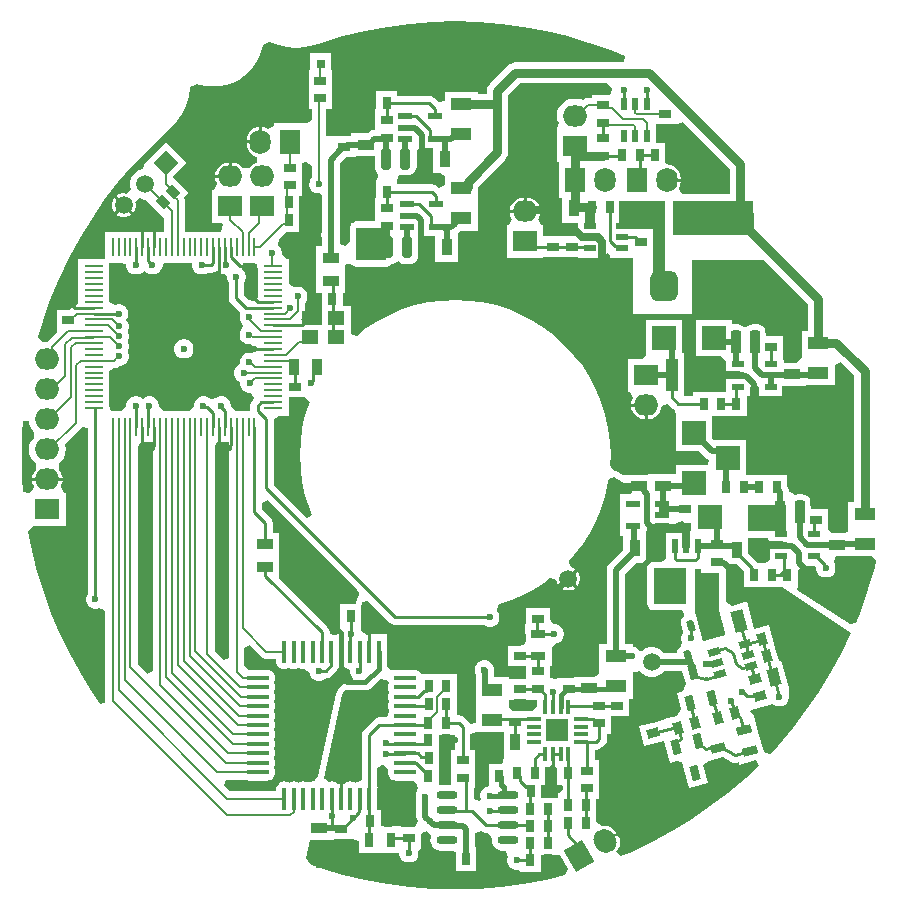
<source format=gtl>
G04*
G04 #@! TF.GenerationSoftware,Altium Limited,Altium Designer,21.1.1 (26)*
G04*
G04 Layer_Physical_Order=1*
G04 Layer_Color=255*
%FSLAX25Y25*%
%MOIN*%
G70*
G04*
G04 #@! TF.SameCoordinates,03695714-3163-4FEE-998C-4D1AEBC88490*
G04*
G04*
G04 #@! TF.FilePolarity,Positive*
G04*
G01*
G75*
%ADD16C,0.01000*%
%ADD18C,0.00800*%
%ADD22R,0.03150X0.03150*%
%ADD23R,0.03937X0.02953*%
%ADD24R,0.02953X0.03937*%
G04:AMPARAMS|DCode=25|XSize=29.53mil|YSize=39.37mil|CornerRadius=0mil|HoleSize=0mil|Usage=FLASHONLY|Rotation=45.000|XOffset=0mil|YOffset=0mil|HoleType=Round|Shape=Rectangle|*
%AMROTATEDRECTD25*
4,1,4,0.00348,-0.02436,-0.02436,0.00348,-0.00348,0.02436,0.02436,-0.00348,0.00348,-0.02436,0.0*
%
%ADD25ROTATEDRECTD25*%

%ADD26R,0.05709X0.03740*%
G04:AMPARAMS|DCode=27|XSize=70.87mil|YSize=33.47mil|CornerRadius=8.37mil|HoleSize=0mil|Usage=FLASHONLY|Rotation=270.000|XOffset=0mil|YOffset=0mil|HoleType=Round|Shape=RoundedRectangle|*
%AMROUNDEDRECTD27*
21,1,0.07087,0.01673,0,0,270.0*
21,1,0.05413,0.03347,0,0,270.0*
1,1,0.01673,-0.00837,-0.02707*
1,1,0.01673,-0.00837,0.02707*
1,1,0.01673,0.00837,0.02707*
1,1,0.01673,0.00837,-0.02707*
%
%ADD27ROUNDEDRECTD27*%
%ADD28R,0.03740X0.05709*%
%ADD29R,0.07087X0.04134*%
%ADD30R,0.04724X0.02362*%
%ADD31R,0.02362X0.03937*%
%ADD32R,0.05512X0.04528*%
%ADD33R,0.06299X0.01100*%
%ADD34R,0.01100X0.06299*%
%ADD35R,0.03937X0.02362*%
G04:AMPARAMS|DCode=36|XSize=92.56mil|YSize=100.43mil|CornerRadius=23.14mil|HoleSize=0mil|Usage=FLASHONLY|Rotation=180.000|XOffset=0mil|YOffset=0mil|HoleType=Round|Shape=RoundedRectangle|*
%AMROUNDEDRECTD36*
21,1,0.09256,0.05415,0,0,180.0*
21,1,0.04628,0.10043,0,0,180.0*
1,1,0.04628,-0.02314,0.02708*
1,1,0.04628,0.02314,0.02708*
1,1,0.04628,0.02314,-0.02708*
1,1,0.04628,-0.02314,-0.02708*
%
%ADD36ROUNDEDRECTD36*%
G04:AMPARAMS|DCode=37|XSize=78.74mil|YSize=33.47mil|CornerRadius=8.37mil|HoleSize=0mil|Usage=FLASHONLY|Rotation=90.000|XOffset=0mil|YOffset=0mil|HoleType=Round|Shape=RoundedRectangle|*
%AMROUNDEDRECTD37*
21,1,0.07874,0.01673,0,0,90.0*
21,1,0.06201,0.03347,0,0,90.0*
1,1,0.01673,0.00837,0.03100*
1,1,0.01673,0.00837,-0.03100*
1,1,0.01673,-0.00837,-0.03100*
1,1,0.01673,-0.00837,0.03100*
%
%ADD37ROUNDEDRECTD37*%
G04:AMPARAMS|DCode=38|XSize=92.56mil|YSize=100.43mil|CornerRadius=23.14mil|HoleSize=0mil|Usage=FLASHONLY|Rotation=270.000|XOffset=0mil|YOffset=0mil|HoleType=Round|Shape=RoundedRectangle|*
%AMROUNDEDRECTD38*
21,1,0.09256,0.05415,0,0,270.0*
21,1,0.04628,0.10043,0,0,270.0*
1,1,0.04628,-0.02708,-0.02314*
1,1,0.04628,-0.02708,0.02314*
1,1,0.04628,0.02708,0.02314*
1,1,0.04628,0.02708,-0.02314*
%
%ADD38ROUNDEDRECTD38*%
%ADD39R,0.07874X0.07874*%
%ADD40R,0.04331X0.11024*%
%ADD41R,0.07874X0.07874*%
%ADD42R,0.02362X0.04724*%
G04:AMPARAMS|DCode=43|XSize=41.34mil|YSize=70.87mil|CornerRadius=0mil|HoleSize=0mil|Usage=FLASHONLY|Rotation=15.000|XOffset=0mil|YOffset=0mil|HoleType=Round|Shape=Rectangle|*
%AMROTATEDRECTD43*
4,1,4,-0.01079,-0.03958,-0.02914,0.02888,0.01079,0.03958,0.02914,-0.02888,-0.01079,-0.03958,0.0*
%
%ADD43ROTATEDRECTD43*%

G04:AMPARAMS|DCode=44|XSize=23.62mil|YSize=39.37mil|CornerRadius=5.91mil|HoleSize=0mil|Usage=FLASHONLY|Rotation=15.000|XOffset=0mil|YOffset=0mil|HoleType=Round|Shape=RoundedRectangle|*
%AMROUNDEDRECTD44*
21,1,0.02362,0.02756,0,0,15.0*
21,1,0.01181,0.03937,0,0,15.0*
1,1,0.01181,0.00927,-0.01178*
1,1,0.01181,-0.00214,-0.01484*
1,1,0.01181,-0.00927,0.01178*
1,1,0.01181,0.00214,0.01484*
%
%ADD44ROUNDEDRECTD44*%
G04:AMPARAMS|DCode=45|XSize=23.62mil|YSize=39.37mil|CornerRadius=0mil|HoleSize=0mil|Usage=FLASHONLY|Rotation=105.000|XOffset=0mil|YOffset=0mil|HoleType=Round|Shape=Rectangle|*
%AMROTATEDRECTD45*
4,1,4,0.02207,-0.00631,-0.01596,-0.01650,-0.02207,0.00631,0.01596,0.01650,0.02207,-0.00631,0.0*
%
%ADD45ROTATEDRECTD45*%

G04:AMPARAMS|DCode=46|XSize=29.53mil|YSize=39.37mil|CornerRadius=0mil|HoleSize=0mil|Usage=FLASHONLY|Rotation=195.000|XOffset=0mil|YOffset=0mil|HoleType=Round|Shape=Rectangle|*
%AMROTATEDRECTD46*
4,1,4,0.00917,0.02284,0.01936,-0.01519,-0.00917,-0.02284,-0.01936,0.01519,0.00917,0.02284,0.0*
%
%ADD46ROTATEDRECTD46*%

G04:AMPARAMS|DCode=47|XSize=37.4mil|YSize=57.09mil|CornerRadius=0mil|HoleSize=0mil|Usage=FLASHONLY|Rotation=195.000|XOffset=0mil|YOffset=0mil|HoleType=Round|Shape=Rectangle|*
%AMROTATEDRECTD47*
4,1,4,0.01068,0.03241,0.02545,-0.02273,-0.01068,-0.03241,-0.02545,0.02273,0.01068,0.03241,0.0*
%
%ADD47ROTATEDRECTD47*%

%ADD48R,0.01575X0.04724*%
%ADD49R,0.04724X0.01575*%
G04:AMPARAMS|DCode=50|XSize=15.75mil|YSize=47.24mil|CornerRadius=0mil|HoleSize=0mil|Usage=FLASHONLY|Rotation=180.000|XOffset=0mil|YOffset=0mil|HoleType=Round|Shape=Octagon|*
%AMOCTAGOND50*
4,1,8,0.00394,-0.02362,-0.00394,-0.02362,-0.00787,-0.01968,-0.00787,0.01968,-0.00394,0.02362,0.00394,0.02362,0.00787,0.01968,0.00787,-0.01968,0.00394,-0.02362,0.0*
%
%ADD50OCTAGOND50*%

G04:AMPARAMS|DCode=51|XSize=29.53mil|YSize=39.37mil|CornerRadius=0mil|HoleSize=0mil|Usage=FLASHONLY|Rotation=285.000|XOffset=0mil|YOffset=0mil|HoleType=Round|Shape=Rectangle|*
%AMROTATEDRECTD51*
4,1,4,-0.02284,0.00917,0.01519,0.01936,0.02284,-0.00917,-0.01519,-0.01936,-0.02284,0.00917,0.0*
%
%ADD51ROTATEDRECTD51*%

G04:AMPARAMS|DCode=52|XSize=27.56mil|YSize=49.21mil|CornerRadius=0mil|HoleSize=0mil|Usage=FLASHONLY|Rotation=285.000|XOffset=0mil|YOffset=0mil|HoleType=Round|Shape=Rectangle|*
%AMROTATEDRECTD52*
4,1,4,-0.02733,0.00694,0.02020,0.01968,0.02733,-0.00694,-0.02020,-0.01968,-0.02733,0.00694,0.0*
%
%ADD52ROTATEDRECTD52*%

G04:AMPARAMS|DCode=53|XSize=27.56mil|YSize=49.21mil|CornerRadius=0mil|HoleSize=0mil|Usage=FLASHONLY|Rotation=195.000|XOffset=0mil|YOffset=0mil|HoleType=Round|Shape=Rectangle|*
%AMROTATEDRECTD53*
4,1,4,0.00694,0.02733,0.01968,-0.02020,-0.00694,-0.02733,-0.01968,0.02020,0.00694,0.02733,0.0*
%
%ADD53ROTATEDRECTD53*%

%ADD54R,0.04921X0.02756*%
%ADD55O,0.07500X0.01600*%
%ADD56O,0.01600X0.07500*%
%ADD57R,0.01600X0.07500*%
%ADD58O,0.07087X0.02756*%
%ADD59R,0.02756X0.04921*%
%ADD107C,0.03000*%
%ADD108C,0.01500*%
%ADD109C,0.02000*%
%ADD110C,0.02500*%
%ADD111R,0.07677X0.07677*%
%ADD112R,0.10000X0.11000*%
G04:AMPARAMS|DCode=113|XSize=35.26mil|YSize=102.83mil|CornerRadius=0mil|HoleSize=0mil|Usage=FLASHONLY|Rotation=15.000|XOffset=0mil|YOffset=0mil|HoleType=Round|Shape=Rectangle|*
%AMROTATEDRECTD113*
4,1,4,-0.00372,-0.05423,-0.03034,0.04510,0.00372,0.05423,0.03034,-0.04510,-0.00372,-0.05423,0.0*
%
%ADD113ROTATEDRECTD113*%

%ADD114R,0.08009X0.13073*%
G04:AMPARAMS|DCode=115|XSize=50.45mil|YSize=213.54mil|CornerRadius=0mil|HoleSize=0mil|Usage=FLASHONLY|Rotation=15.000|XOffset=0mil|YOffset=0mil|HoleType=Round|Shape=Rectangle|*
%AMROTATEDRECTD115*
4,1,4,0.00327,-0.10966,-0.05200,0.09661,-0.00327,0.10966,0.05200,-0.09661,0.00327,-0.10966,0.0*
%
%ADD115ROTATEDRECTD115*%

%ADD116R,0.12500X0.09000*%
%ADD117R,0.11000X0.12000*%
%ADD118R,0.27000X0.11500*%
%ADD119R,0.04000X0.21000*%
%ADD120R,0.15500X0.09500*%
%ADD121R,0.03360X0.07380*%
%ADD122C,0.05906*%
%ADD123O,0.07087X0.08268*%
%ADD124R,0.07087X0.08268*%
G04:AMPARAMS|DCode=125|XSize=70.87mil|YSize=82.68mil|CornerRadius=0mil|HoleSize=0mil|Usage=FLASHONLY|Rotation=30.000|XOffset=0mil|YOffset=0mil|HoleType=Round|Shape=Round|*
%AMOVALD125*
21,1,0.01181,0.07087,0.00000,0.00000,120.0*
1,1,0.07087,0.00295,-0.00511*
1,1,0.07087,-0.00295,0.00511*
%
%ADD125OVALD125*%

G04:AMPARAMS|DCode=126|XSize=70.87mil|YSize=82.68mil|CornerRadius=0mil|HoleSize=0mil|Usage=FLASHONLY|Rotation=30.000|XOffset=0mil|YOffset=0mil|HoleType=Round|Shape=Rectangle|*
%AMROTATEDRECTD126*
4,1,4,-0.01002,-0.05352,-0.05135,0.01808,0.01002,0.05352,0.05135,-0.01808,-0.01002,-0.05352,0.0*
%
%ADD126ROTATEDRECTD126*%

%ADD127R,0.08268X0.07087*%
%ADD128O,0.08268X0.07087*%
%ADD129P,0.08352X4X270.0*%
%ADD130C,0.02362*%
G36*
X7568Y144441D02*
X15117Y143847D01*
X22624Y142858D01*
X30070Y141478D01*
X37433Y139711D01*
X44693Y137560D01*
X51831Y135032D01*
X56665Y133030D01*
X56267Y131030D01*
X20000D01*
X19086Y130910D01*
X18235Y130557D01*
X17504Y129996D01*
X11460Y123953D01*
X10899Y123222D01*
X10547Y122370D01*
X10426Y121457D01*
Y120550D01*
X7543D01*
Y121087D01*
X-3543D01*
Y118390D01*
X-3829Y118175D01*
X-5543Y117648D01*
X-7081Y119186D01*
X-7908Y119739D01*
X-8884Y119933D01*
X-19484D01*
Y121352D01*
X-26437D01*
Y115313D01*
X-26882D01*
Y108481D01*
X-27020D01*
X-27803Y108378D01*
X-28532Y108075D01*
X-29159Y107594D01*
X-29159Y107594D01*
X-29338Y107416D01*
X-34767D01*
Y106571D01*
X-36059D01*
X-36842Y106468D01*
X-36988Y106408D01*
X-41133D01*
Y106408D01*
X-43053Y106602D01*
Y115571D01*
X-41032D01*
Y121476D01*
Y128429D01*
X-41378D01*
Y134075D01*
X-48528D01*
Y128429D01*
X-48968D01*
Y121476D01*
Y115571D01*
X-47947D01*
Y111818D01*
X-49457Y110634D01*
X-60543D01*
Y109918D01*
X-62543Y108932D01*
X-62709Y109059D01*
X-63814Y109517D01*
X-64500Y109607D01*
Y104500D01*
X-65000D01*
Y104000D01*
X-69582D01*
Y103910D01*
X-69426Y102723D01*
X-68969Y101618D01*
X-68240Y100669D01*
X-67291Y99941D01*
X-66186Y99483D01*
X-66081Y99469D01*
Y97452D01*
X-66277Y97426D01*
X-67382Y96969D01*
X-68331Y96240D01*
X-68551Y95954D01*
X-68977Y95804D01*
X-70523Y95804D01*
X-70949Y95954D01*
X-71169Y96240D01*
X-72118Y96969D01*
X-73223Y97426D01*
X-74409Y97583D01*
X-74500D01*
Y93000D01*
X-75000D01*
Y92500D01*
X-80107D01*
X-80017Y91814D01*
X-79559Y90709D01*
X-79432Y90543D01*
X-80418Y88543D01*
X-81134D01*
Y77457D01*
X-77795D01*
X-77622Y77214D01*
X-78147Y74535D01*
X-78214Y74491D01*
X-82120D01*
X-83314Y74491D01*
Y74491D01*
X-84120D01*
X-84120Y74491D01*
X-85314Y74491D01*
X-88057D01*
Y74491D01*
X-90128D01*
Y85019D01*
X-90314Y85955D01*
X-90362Y86026D01*
X-88824Y87564D01*
X-93982Y92722D01*
Y93014D01*
X-89425Y97571D01*
X-96429Y104575D01*
X-103433Y97571D01*
X-103315Y97453D01*
X-104143Y95453D01*
X-104152D01*
X-105412Y95115D01*
X-106541Y94463D01*
X-107463Y93541D01*
X-108115Y92412D01*
X-108453Y91152D01*
Y89848D01*
X-108189Y88863D01*
X-108364Y88505D01*
X-108652Y88136D01*
X-109669Y87279D01*
X-110051Y87382D01*
X-111091D01*
X-112097Y87112D01*
X-112998Y86592D01*
X-113013Y86577D01*
X-110217Y83783D01*
X-107422Y80988D01*
X-107408Y81002D01*
X-106888Y81903D01*
X-106618Y82909D01*
Y83949D01*
X-106721Y84331D01*
X-105864Y85348D01*
X-105495Y85636D01*
X-105137Y85811D01*
X-104443Y85625D01*
X-102764Y84848D01*
X-102764D01*
X-97152Y79236D01*
X-97152Y79236D01*
X-97152Y79236D01*
X-96991Y77302D01*
Y74491D01*
X-99062Y74491D01*
Y74491D01*
X-99803Y74491D01*
X-101062Y74491D01*
X-104968D01*
Y74491D01*
X-107742D01*
Y74491D01*
X-112842D01*
Y74491D01*
X-116779D01*
Y65592D01*
X-125677D01*
Y63624D01*
X-125677D01*
Y59687D01*
X-125677D01*
Y54587D01*
Y50650D01*
X-127218Y49541D01*
X-127991Y49025D01*
X-128492Y48524D01*
X-132968D01*
Y41571D01*
X-132968D01*
X-132799Y41162D01*
X-136131Y37830D01*
X-137837Y37852D01*
X-139115Y39450D01*
X-137560Y44697D01*
X-135032Y51835D01*
X-132135Y58831D01*
X-128875Y65666D01*
X-125262Y72320D01*
X-121305Y78777D01*
X-117016Y85017D01*
X-112406Y91025D01*
X-107488Y96783D01*
X-102276Y102276D01*
X-96783Y107488D01*
X-95829Y108303D01*
X-94805Y109238D01*
X-92844Y111474D01*
X-91192Y113946D01*
X-89877Y116613D01*
X-88921Y119429D01*
X-88341Y122346D01*
X-88310Y122821D01*
X-86232Y123946D01*
X-85061Y123549D01*
X-82903Y123120D01*
X-80709Y122976D01*
X-78514Y123120D01*
X-76357Y123549D01*
X-74274Y124256D01*
X-72301Y125229D01*
X-70472Y126451D01*
X-68818Y127901D01*
X-67368Y129555D01*
X-66146Y131384D01*
X-65173Y133356D01*
X-64466Y135439D01*
X-64225Y136651D01*
X-62211Y137887D01*
X-61786Y137678D01*
X-58970Y136722D01*
X-56053Y136142D01*
X-53086Y135947D01*
X-50118Y136142D01*
X-47202Y136722D01*
X-45880Y137141D01*
X-44697Y137560D01*
X-37437Y139711D01*
X-30074Y141478D01*
X-22628Y142858D01*
X-15121Y143847D01*
X-7572Y144441D01*
X-2Y144639D01*
X7568Y144441D01*
D02*
G37*
G36*
X52156Y122258D02*
X51978Y120694D01*
X51405Y120286D01*
X45387D01*
Y119256D01*
X44172D01*
X43235Y119070D01*
X42441Y118540D01*
X42422Y118520D01*
X42002Y118694D01*
X40555Y118884D01*
X39374D01*
X37927Y118694D01*
X36579Y118135D01*
X35421Y117247D01*
X34532Y116089D01*
X33974Y114740D01*
X33783Y113293D01*
X33974Y111846D01*
X34392Y110837D01*
X33831Y108836D01*
X33831D01*
Y97750D01*
X34422D01*
Y85659D01*
X35666D01*
Y77535D01*
X40821D01*
X40821Y73379D01*
X38968Y73024D01*
X35032D01*
Y73024D01*
X29336D01*
Y76863D01*
X28621D01*
X27635Y78863D01*
X27762Y79029D01*
X28219Y80134D01*
X28310Y80820D01*
X23202D01*
X18095D01*
X18185Y80134D01*
X18643Y79029D01*
X18770Y78863D01*
X17784Y76863D01*
X17068D01*
Y65777D01*
X29336D01*
Y66071D01*
X36468D01*
Y66071D01*
X40821D01*
Y65899D01*
X48757D01*
Y66557D01*
X50757Y67568D01*
X51647Y66914D01*
Y65899D01*
X59055D01*
X59055Y47244D01*
X78740D01*
X78740Y64994D01*
X103014D01*
X117470Y50538D01*
Y41587D01*
X115457D01*
Y33547D01*
X115457Y33453D01*
X115457Y32886D01*
X113749Y30907D01*
X113692Y30886D01*
X109395D01*
X109100Y32764D01*
X109100Y32764D01*
X109100Y32764D01*
Y39716D01*
X103578D01*
Y40793D01*
X103480Y41534D01*
X103194Y42224D01*
X102740Y42816D01*
X102147Y43271D01*
X101457Y43557D01*
X100716Y43654D01*
X99043D01*
X98303Y43557D01*
X97613Y43271D01*
X96632Y42945D01*
X95651Y43271D01*
X94961Y43557D01*
X94220Y43654D01*
X92547D01*
X92069Y44074D01*
Y45130D01*
X80195D01*
Y33256D01*
X88386D01*
X90250Y31347D01*
Y28134D01*
X90250Y27252D01*
X90250Y25252D01*
Y21161D01*
X86203D01*
Y21161D01*
X79250D01*
Y19742D01*
X76317D01*
Y34205D01*
X75533D01*
Y45130D01*
X63659D01*
Y33256D01*
X62082Y32236D01*
X57498D01*
Y21149D01*
X58213D01*
X59200Y19149D01*
X59073Y18984D01*
X58615Y17879D01*
X58525Y17193D01*
X63632D01*
Y16693D01*
X64132D01*
Y12110D01*
X64222D01*
X65408Y12266D01*
X66514Y12724D01*
X67463Y13452D01*
X68191Y14401D01*
X68649Y15507D01*
X68764Y16383D01*
X69221Y16718D01*
X69482Y16844D01*
X70764Y17131D01*
X72505Y15390D01*
X73072Y15011D01*
X73659Y13254D01*
X73659Y13254D01*
X73659D01*
X73659Y13254D01*
Y1380D01*
X81254D01*
X83222Y-588D01*
X83222Y-588D01*
X83848Y-1069D01*
X84578Y-1371D01*
X84191Y-3281D01*
X73659D01*
Y-6258D01*
X64241D01*
Y-6419D01*
X56242D01*
Y-6419D01*
X55906Y-6600D01*
X54056Y-5383D01*
X53843Y-5296D01*
X53647Y-5175D01*
X53478Y-5148D01*
X53319Y-5083D01*
X52209Y-4294D01*
X52006Y-4059D01*
X51990Y-4036D01*
X51631Y-3327D01*
X51618Y-3291D01*
X51762Y0D01*
X51565Y4511D01*
X50976Y8988D01*
X49998Y13397D01*
X48640Y17704D01*
X46912Y21876D01*
X44827Y25881D01*
X42401Y29689D01*
X39652Y33272D01*
X36601Y36601D01*
X33272Y39652D01*
X29689Y42401D01*
X25881Y44827D01*
X21876Y46912D01*
X17704Y48640D01*
X13397Y49998D01*
X8988Y50976D01*
X4511Y51565D01*
X0Y51762D01*
X-4511Y51565D01*
X-8988Y50976D01*
X-13397Y49998D01*
X-17704Y48640D01*
X-21876Y46912D01*
X-25881Y44827D01*
X-29689Y42401D01*
X-32913Y39927D01*
X-34913Y40504D01*
Y43614D01*
X-34913D01*
Y49913D01*
X-37571D01*
Y54291D01*
X-36646D01*
Y61968D01*
X-36646D01*
Y63530D01*
X-36361Y63642D01*
X-34646Y63863D01*
X-34442Y63558D01*
X-33780Y63116D01*
X-33000Y62961D01*
X-23000D01*
X-22220Y63116D01*
X-21558Y63558D01*
X-21339Y63885D01*
X-20964Y63935D01*
X-20274Y64221D01*
X-18905Y64675D01*
X-18312Y64221D01*
X-17622Y63935D01*
X-16882Y63837D01*
X-15208D01*
X-14468Y63935D01*
X-13778Y64221D01*
X-13185Y64675D01*
X-12731Y65268D01*
X-12445Y65958D01*
X-12347Y66699D01*
Y72050D01*
X-11835Y72347D01*
X-10445Y72984D01*
X-6824D01*
Y64551D01*
X916D01*
Y74161D01*
X1668Y74913D01*
X7543D01*
Y83047D01*
X7543D01*
X7543Y84953D01*
X7543D01*
Y89357D01*
X7574Y89587D01*
Y89601D01*
X16453Y98480D01*
X17014Y99211D01*
X17367Y100063D01*
X17487Y100976D01*
Y118000D01*
X17487Y118000D01*
X17487Y118000D01*
Y119994D01*
X21462Y123970D01*
X50603D01*
X52156Y122258D01*
D02*
G37*
G36*
X91418Y95589D02*
Y87039D01*
X75518D01*
X74433Y88911D01*
X74891Y90017D01*
X75047Y91203D01*
Y91293D01*
X70465D01*
Y92293D01*
X75047D01*
Y92384D01*
X74891Y93570D01*
X74433Y94675D01*
X73705Y95624D01*
X72756Y96352D01*
X71651Y96810D01*
X70465Y96966D01*
X69941Y97426D01*
Y104262D01*
X66886D01*
Y110348D01*
X68833Y110477D01*
X73968D01*
Y110476D01*
X75780Y111227D01*
X91418Y95589D01*
D02*
G37*
G36*
X-7445Y94030D02*
X-5153D01*
X-3543Y93087D01*
Y89977D01*
X-5543Y89148D01*
X-6103Y89708D01*
X-6930Y90260D01*
X-7905Y90454D01*
X-19364D01*
Y91874D01*
X-19364D01*
X-18657Y93581D01*
X-18650Y93583D01*
X-18242Y93414D01*
X-17502Y93316D01*
X-15829D01*
X-15088Y93414D01*
X-14398Y93700D01*
X-13805Y94154D01*
X-13351Y94747D01*
X-13065Y95437D01*
X-12967Y96177D01*
Y101591D01*
X-12935Y101633D01*
X-11050Y102349D01*
X-7445D01*
Y94030D01*
D02*
G37*
G36*
X-26859Y96177D02*
X-26761Y95437D01*
X-26476Y94747D01*
X-26021Y94154D01*
X-25655Y93874D01*
X-25694Y93083D01*
X-26216Y91874D01*
X-26316D01*
Y85834D01*
X-26761D01*
Y79929D01*
X-26761D01*
Y78039D01*
X-33000D01*
X-33780Y77884D01*
X-34208Y77598D01*
X-34647D01*
Y77135D01*
X-34884Y76780D01*
X-35039Y76000D01*
Y71037D01*
X-36715Y69875D01*
X-38474Y70351D01*
Y72502D01*
X-38319Y73081D01*
Y73919D01*
X-38474Y74498D01*
Y97343D01*
X-36362Y99455D01*
X-33196D01*
Y99675D01*
X-26859D01*
Y96177D01*
D02*
G37*
G36*
X-66265Y63762D02*
X-66184Y63511D01*
X-65835Y61655D01*
X-65835Y61655D01*
X-65835Y61655D01*
Y57718D01*
X-65835D01*
Y52618D01*
X-67501Y51812D01*
X-68707D01*
X-70451Y53556D01*
Y57553D01*
X-70036Y58272D01*
X-69819Y59081D01*
Y59919D01*
X-70036Y60728D01*
X-70455Y61453D01*
X-71047Y62046D01*
X-71300Y62192D01*
X-70764Y64192D01*
X-67600D01*
X-66265Y63762D01*
D02*
G37*
G36*
X-47947Y96530D02*
Y92552D01*
X-48046Y92453D01*
X-48464Y91728D01*
X-48681Y90919D01*
Y90081D01*
X-48464Y89272D01*
X-48046Y88547D01*
X-47453Y87954D01*
X-46728Y87536D01*
X-45919Y87319D01*
X-45081D01*
X-44526Y86893D01*
Y74498D01*
X-44681Y73919D01*
Y73081D01*
X-44526Y72502D01*
Y69709D01*
X-46354D01*
Y62032D01*
X-46354D01*
Y54291D01*
X-44524D01*
Y48031D01*
X-44425D01*
Y43614D01*
X-50597D01*
X-51425Y45614D01*
X-50770Y46270D01*
X-50239Y47064D01*
X-50053Y48000D01*
Y50948D01*
X-49955Y51047D01*
X-49536Y51772D01*
X-49319Y52581D01*
Y53419D01*
X-49536Y54228D01*
X-49955Y54953D01*
X-50547Y55546D01*
X-51272Y55964D01*
X-52081Y56181D01*
X-52919D01*
X-53536Y56016D01*
X-53909Y56085D01*
X-55536Y57170D01*
Y58492D01*
X-55536Y59687D01*
X-55536Y59687D01*
X-55536Y60492D01*
X-55536Y60492D01*
X-55536Y61687D01*
Y65592D01*
X-56228D01*
X-57819Y67081D01*
Y67919D01*
X-58036Y68728D01*
X-58455Y69453D01*
X-59047Y70046D01*
X-58835Y72205D01*
X-56508Y74532D01*
X-51976D01*
Y80532D01*
Y86571D01*
X-51032D01*
Y92476D01*
Y97397D01*
X-49680Y97826D01*
X-47947Y96530D01*
D02*
G37*
G36*
X-109681Y63919D02*
Y63081D01*
X-109464Y62272D01*
X-109046Y61547D01*
X-108453Y60954D01*
X-107728Y60536D01*
X-106919Y60319D01*
X-106081D01*
X-105272Y60536D01*
X-104547Y60954D01*
X-103750Y61426D01*
X-102953Y60954D01*
X-102228Y60536D01*
X-101419Y60319D01*
X-100581D01*
X-99772Y60536D01*
X-99047Y60954D01*
X-98454Y61547D01*
X-98036Y62272D01*
X-97961Y62551D01*
X-97190Y64009D01*
X-97057Y64028D01*
X-95125Y64192D01*
X-95125Y64192D01*
X-95125Y64192D01*
X-90025D01*
Y64192D01*
X-87891D01*
X-87681Y63919D01*
Y63081D01*
X-87464Y62272D01*
X-87046Y61547D01*
X-86453Y60954D01*
X-85728Y60536D01*
X-84919Y60319D01*
X-84081D01*
X-83272Y60536D01*
X-82553Y60951D01*
X-81500D01*
X-80525Y61145D01*
X-79045Y61547D01*
X-78453Y60954D01*
X-77728Y60536D01*
X-76919Y60319D01*
X-76181Y59919D01*
X-76181Y59081D01*
X-76181Y59081D01*
X-75964Y58272D01*
X-75549Y57553D01*
Y52500D01*
X-75355Y51525D01*
X-74802Y50698D01*
X-71634Y47530D01*
X-71690Y47433D01*
X-71907Y46624D01*
Y45786D01*
X-71690Y44977D01*
X-71462Y44583D01*
X-70876Y43192D01*
X-71462Y41802D01*
X-71690Y41407D01*
X-71907Y40598D01*
Y39761D01*
X-71690Y38952D01*
X-71271Y38226D01*
X-70679Y37634D01*
X-69954Y37215D01*
X-69144Y36999D01*
X-68307D01*
X-66458Y35955D01*
X-66277Y35188D01*
X-67844Y34057D01*
X-68307Y34181D01*
X-69144D01*
X-69954Y33964D01*
X-70679Y33546D01*
X-71271Y32953D01*
X-71690Y32228D01*
X-71907Y31419D01*
Y30581D01*
X-71856Y30391D01*
X-72453Y30046D01*
X-73045Y29453D01*
X-73464Y28728D01*
X-73681Y27919D01*
Y27081D01*
X-73464Y26272D01*
X-73045Y25547D01*
X-72453Y24954D01*
X-71728Y24536D01*
X-71655Y24516D01*
X-71681Y24419D01*
Y23581D01*
X-71464Y22772D01*
X-71046Y22047D01*
X-70453Y21454D01*
X-69728Y21036D01*
X-68919Y20819D01*
X-68081D01*
X-68037Y20831D01*
X-67002Y19038D01*
X-67637Y18402D01*
X-68190Y17575D01*
X-68384Y16600D01*
Y14835D01*
X-68537Y14649D01*
X-71503D01*
Y14649D01*
X-73472D01*
X-74629Y16169D01*
X-74819Y16453D01*
Y16919D01*
X-75036Y17728D01*
X-75454Y18453D01*
X-76047Y19046D01*
X-76772Y19464D01*
X-77581Y19681D01*
X-78419D01*
X-79228Y19464D01*
X-79953Y19046D01*
X-81000Y18633D01*
X-82047Y19046D01*
X-82772Y19464D01*
X-83581Y19681D01*
X-84419D01*
X-85228Y19464D01*
X-85953Y19046D01*
X-86545Y18453D01*
X-86964Y17728D01*
X-87181Y16919D01*
Y16081D01*
X-88815Y14649D01*
X-91188D01*
Y14649D01*
X-93157D01*
Y14649D01*
X-97185D01*
X-98819Y16081D01*
X-98819Y16919D01*
X-99036Y17728D01*
X-99454Y18453D01*
X-100047Y19046D01*
X-100772Y19464D01*
X-101581Y19681D01*
X-102419D01*
X-103228Y19464D01*
X-103953Y19046D01*
X-104250Y18749D01*
X-104547Y19046D01*
X-105272Y19464D01*
X-106081Y19681D01*
X-106919D01*
X-107728Y19464D01*
X-108453Y19046D01*
X-109046Y18453D01*
X-109464Y17728D01*
X-109681Y16919D01*
Y16081D01*
X-111315Y14649D01*
X-112842D01*
Y14649D01*
X-114810D01*
X-115029Y15330D01*
X-115378Y17185D01*
X-115378Y17185D01*
X-115378Y17185D01*
Y21091D01*
X-115378Y22285D01*
X-115378D01*
X-115378Y24285D01*
Y28191D01*
X-113764Y29122D01*
X-112940Y29286D01*
X-112146Y29816D01*
X-112143Y29819D01*
X-111581D01*
X-110772Y30036D01*
X-110047Y30454D01*
X-109455Y31047D01*
X-109036Y31772D01*
X-108819Y32581D01*
Y33419D01*
X-109036Y34228D01*
X-109289Y34667D01*
X-109036Y35105D01*
X-108819Y35914D01*
Y36752D01*
X-109036Y37561D01*
X-109289Y38000D01*
X-109036Y38439D01*
X-108819Y39248D01*
Y40086D01*
X-109036Y40894D01*
X-109289Y41333D01*
X-109036Y41772D01*
X-108819Y42581D01*
Y43419D01*
X-109036Y44228D01*
X-109455Y44953D01*
X-109751Y45250D01*
X-109660Y45341D01*
X-109241Y46066D01*
X-109025Y46876D01*
Y47713D01*
X-109241Y48522D01*
X-109660Y49248D01*
X-110252Y49840D01*
X-110978Y50259D01*
X-111787Y50475D01*
X-112625D01*
X-113434Y50259D01*
X-115378Y51282D01*
Y53781D01*
X-115378D01*
Y56555D01*
X-115378D01*
Y60492D01*
X-115378D01*
Y64192D01*
X-111581D01*
X-109681Y63919D01*
D02*
G37*
G36*
X132970Y26538D02*
Y-15413D01*
X130957D01*
Y-23547D01*
X130957D01*
X130957Y-25453D01*
X129150Y-25919D01*
X125634D01*
X124064Y-24880D01*
Y-17927D01*
X118542D01*
Y-15850D01*
X118444Y-15110D01*
X118158Y-14420D01*
X117704Y-13827D01*
X117111Y-13372D01*
X116421Y-13087D01*
X115681Y-12989D01*
X114007D01*
X113374Y-13072D01*
X113225Y-13068D01*
X112252Y-12634D01*
X111619Y-12190D01*
X111318Y-11817D01*
X111271Y-11459D01*
X110968Y-10729D01*
X110525Y-10151D01*
Y-6482D01*
X96765D01*
Y4986D01*
X86206D01*
X85533Y5659D01*
Y13224D01*
X90203D01*
Y13224D01*
X97155D01*
Y19771D01*
X98187D01*
Y22635D01*
X99659Y23701D01*
X100151Y23792D01*
X101077Y22950D01*
Y19771D01*
X109014D01*
Y23145D01*
X116986D01*
Y23413D01*
X126543D01*
Y30136D01*
X128543Y30964D01*
X132970Y26538D01*
D02*
G37*
G36*
X-48569Y17875D02*
X-48640Y17704D01*
X-49998Y13397D01*
X-50976Y8988D01*
X-51565Y4511D01*
X-51762Y0D01*
X-51565Y-4511D01*
X-50976Y-8988D01*
X-49998Y-13397D01*
X-48640Y-17704D01*
X-47776Y-19791D01*
X-49471Y-20924D01*
X-60451Y-9944D01*
Y12000D01*
X-58660Y13248D01*
X-55536D01*
Y15217D01*
Y19476D01*
X-50071D01*
X-48569Y17875D01*
D02*
G37*
G36*
X78480Y-23898D02*
X78411Y-24260D01*
X77537Y-25898D01*
X76419D01*
Y-25898D01*
X70057D01*
Y-34622D01*
X68404Y-35461D01*
X66000D01*
X65627Y-35535D01*
X64230Y-34782D01*
X63627Y-34275D01*
Y-26096D01*
X63627Y-26096D01*
X63627D01*
X63878Y-24200D01*
X64655Y-23132D01*
X73379D01*
Y-22675D01*
X75379Y-21857D01*
X78480Y-23898D01*
D02*
G37*
G36*
X104358Y-27540D02*
X104714Y-29539D01*
X104714Y-30510D01*
X104714D01*
Y-34889D01*
X103167Y-35982D01*
X100779D01*
X100516Y-35589D01*
X97627Y-32700D01*
Y-27539D01*
X104357D01*
X104358Y-27540D01*
D02*
G37*
G36*
X140253Y-35157D02*
X139707Y-37433D01*
X137556Y-44694D01*
X135029Y-51832D01*
X133403Y-55757D01*
X131491Y-56344D01*
X113871Y-44748D01*
X114120Y-43919D01*
X114119D01*
Y-38269D01*
X115541Y-36872D01*
X115751Y-36872D01*
X119873D01*
X120319Y-37318D01*
Y-37919D01*
X120536Y-38728D01*
X120955Y-39453D01*
X121547Y-40045D01*
X122272Y-40464D01*
X123081Y-40681D01*
X123919D01*
X124728Y-40464D01*
X125453Y-40045D01*
X126046Y-39453D01*
X126464Y-38728D01*
X126681Y-37919D01*
Y-37081D01*
X126464Y-36272D01*
X126110Y-35659D01*
X126237Y-35162D01*
X126986Y-33659D01*
X131950D01*
Y-33587D01*
X139015D01*
X140253Y-35157D01*
D02*
G37*
G36*
X59054Y-11113D02*
X58481Y-13029D01*
X54812D01*
Y-19391D01*
X54812D01*
X54812Y-20510D01*
X54812D01*
Y-26872D01*
X55887D01*
Y-31526D01*
X51360Y-36053D01*
X50880Y-36679D01*
X50577Y-37409D01*
X50474Y-38192D01*
Y-62913D01*
X47957D01*
Y-71047D01*
X47957D01*
X47957Y-72953D01*
X46307Y-73798D01*
X39678D01*
Y-74367D01*
X33846D01*
Y-74367D01*
X33763Y-74498D01*
X31575Y-74207D01*
X31482Y-73909D01*
Y-70341D01*
X32051D01*
Y-64609D01*
X32299Y-63706D01*
X33169Y-62910D01*
X33651Y-62619D01*
X34228Y-62464D01*
X34953Y-62046D01*
X35546Y-61453D01*
X35964Y-60728D01*
X36181Y-59919D01*
Y-59081D01*
X35964Y-58272D01*
X35546Y-57547D01*
X34953Y-56954D01*
X34228Y-56536D01*
X33419Y-56319D01*
X32581D01*
X31468Y-54579D01*
Y-50976D01*
X23531D01*
Y-56105D01*
X23130D01*
Y-61378D01*
X23130Y-62861D01*
X21344Y-63378D01*
X17545D01*
Y-70330D01*
X23130D01*
Y-70341D01*
X23545D01*
Y-74378D01*
X17856D01*
Y-74015D01*
X12796D01*
Y-71924D01*
X12816Y-71848D01*
Y-71010D01*
X12599Y-70201D01*
X12180Y-69476D01*
X11588Y-68883D01*
X10863Y-68465D01*
X10054Y-68248D01*
X9216D01*
X8407Y-68465D01*
X7682Y-68883D01*
X7089Y-69476D01*
X6671Y-70201D01*
X6454Y-71010D01*
Y-71848D01*
X6671Y-72657D01*
X6744Y-72784D01*
Y-77015D01*
X6770Y-77211D01*
Y-82148D01*
X6770D01*
X6770Y-84054D01*
X6770D01*
Y-89085D01*
X4952Y-89456D01*
X4770Y-89417D01*
X4262Y-88657D01*
X2907Y-87302D01*
X2080Y-86749D01*
X1104Y-86555D01*
X429D01*
Y-79031D01*
X429D01*
Y-73032D01*
X-11280D01*
X-11379Y-72792D01*
X-11828Y-72207D01*
X-12413Y-71758D01*
X-13094Y-71476D01*
X-13825Y-71380D01*
X-19725D01*
X-20456Y-71476D01*
X-20887Y-71654D01*
X-21297Y-71549D01*
X-21634Y-71374D01*
X-22775Y-70494D01*
Y-59654D01*
X-28375D01*
Y-59654D01*
X-29538Y-59899D01*
X-31326Y-58700D01*
X-31509Y-57667D01*
X-31476Y-57468D01*
X-31476D01*
Y-50882D01*
X-31068Y-49018D01*
X-29149Y-48456D01*
X-21802Y-55802D01*
X-20976Y-56355D01*
X-20000Y-56549D01*
X9553D01*
X10272Y-56964D01*
X11081Y-57181D01*
X11919D01*
X12728Y-56964D01*
X13453Y-56546D01*
X14045Y-55953D01*
X14464Y-55228D01*
X14681Y-54419D01*
Y-53581D01*
X14464Y-52772D01*
X14045Y-52047D01*
X13900Y-51902D01*
X13896Y-51887D01*
X14116Y-50202D01*
X14389Y-49685D01*
X17704Y-48640D01*
X21876Y-46912D01*
X25881Y-44827D01*
X29689Y-42401D01*
X31628Y-40913D01*
X32886Y-41346D01*
X33694Y-41849D01*
X33897Y-42606D01*
X34418Y-43508D01*
X34432Y-43522D01*
X37227Y-40727D01*
X40022Y-37932D01*
X40008Y-37918D01*
X39106Y-37397D01*
X38687Y-37285D01*
X37999Y-35769D01*
X37951Y-35128D01*
X39652Y-33272D01*
X42401Y-29689D01*
X44827Y-25881D01*
X46912Y-21876D01*
X48640Y-17704D01*
X49998Y-13397D01*
X50976Y-8988D01*
X51116Y-7918D01*
X52935Y-7086D01*
X59054Y-11113D01*
D02*
G37*
G36*
X-32337Y-45268D02*
X-32254Y-45634D01*
X-32250Y-46694D01*
X-32326Y-47270D01*
X-32660Y-47774D01*
X-32742Y-47853D01*
X-32786Y-47954D01*
X-32857Y-48040D01*
X-32944Y-48316D01*
X-33060Y-48582D01*
X-33268Y-49531D01*
X-38429D01*
Y-57468D01*
X-38429D01*
X-38183Y-58997D01*
X-39136Y-59558D01*
X-40148Y-59910D01*
X-40592Y-59726D01*
X-41323Y-59630D01*
X-41923Y-59103D01*
Y-59027D01*
X-42118Y-58052D01*
X-42670Y-57225D01*
X-57260Y-42635D01*
X-58646Y-41209D01*
X-58646D01*
X-58646Y-41209D01*
Y-33531D01*
X-58646D01*
Y-25791D01*
X-60951D01*
Y-22500D01*
X-61145Y-21525D01*
X-61698Y-20698D01*
X-64436Y-17960D01*
Y-15782D01*
X-62588Y-15017D01*
X-32337Y-45268D01*
D02*
G37*
G36*
X62725Y-35952D02*
X63922Y-37452D01*
X63961Y-37667D01*
Y-49500D01*
X64116Y-50280D01*
X64558Y-50942D01*
X65220Y-51384D01*
X66000Y-51539D01*
X75615D01*
X76136Y-52747D01*
X76175Y-53539D01*
X75861Y-53780D01*
X75446Y-54321D01*
X75185Y-54951D01*
X75096Y-55628D01*
X75185Y-56304D01*
X75891Y-58938D01*
X75897Y-59147D01*
X75536Y-59772D01*
X75319Y-60581D01*
Y-61419D01*
X75536Y-62228D01*
X75235Y-63460D01*
X74694Y-63875D01*
X74279Y-64416D01*
X74018Y-65046D01*
X73929Y-65722D01*
X73779Y-65894D01*
X69391D01*
X69383Y-65878D01*
X68461Y-64956D01*
X67331Y-64304D01*
X66071Y-63967D01*
X64767D01*
X63508Y-64304D01*
X62378Y-64956D01*
X62201Y-65133D01*
X61545Y-65047D01*
X60953Y-64455D01*
X60228Y-64036D01*
X59419Y-63819D01*
X59043D01*
Y-62913D01*
X56526D01*
Y-39446D01*
X60167Y-35805D01*
X62353D01*
X62725Y-35952D01*
D02*
G37*
G36*
X-75440Y4349D02*
X-75337D01*
Y-67589D01*
X-77185Y-68355D01*
X-80286Y-65254D01*
Y2726D01*
X-79377Y4349D01*
X-75440D01*
Y4349D01*
D02*
G37*
G36*
X-100928Y-71999D02*
X-102775Y-72764D01*
X-105876Y-69663D01*
Y2726D01*
X-104968Y4349D01*
X-100928D01*
Y-71999D01*
D02*
G37*
G36*
X76861Y-76318D02*
X75816Y-78668D01*
X73766Y-79218D01*
X75153Y-84395D01*
X73735Y-86829D01*
X70611Y-87666D01*
X69927Y-87850D01*
Y-87850D01*
X68845Y-88232D01*
X67045Y-88714D01*
X61178Y-90286D01*
X62978Y-97002D01*
X69634Y-95218D01*
X71567Y-102430D01*
X73616Y-101881D01*
X75418Y-102352D01*
X75697Y-103394D01*
X77727Y-110969D01*
X84253Y-109220D01*
X82602Y-103061D01*
X84372Y-101937D01*
X89256Y-100629D01*
X91907Y-102159D01*
X92849Y-102479D01*
X93841Y-102414D01*
X94381Y-102269D01*
X94596Y-103070D01*
X100072Y-101603D01*
X101081Y-103403D01*
X96779Y-107485D01*
X91021Y-112403D01*
X85014Y-117012D01*
X78773Y-121301D01*
X72317Y-125258D01*
X65662Y-128871D01*
X58827Y-132131D01*
X55291Y-133596D01*
X53666Y-132301D01*
X53641Y-132115D01*
X54264Y-131303D01*
X54722Y-130198D01*
X54878Y-129011D01*
X54722Y-127825D01*
X54264Y-126720D01*
X54219Y-126642D01*
X50250Y-128933D01*
X49750Y-128067D01*
X53719Y-125776D01*
X53673Y-125697D01*
X52945Y-124748D01*
X51996Y-124020D01*
X50891Y-123562D01*
X49705Y-123406D01*
X48929Y-123508D01*
X47736Y-122820D01*
X46929Y-122056D01*
Y-118532D01*
X46929D01*
Y-114429D01*
X47969D01*
Y-108524D01*
Y-101571D01*
X46549D01*
Y-98068D01*
X46981D01*
X47956Y-97874D01*
X48783Y-97322D01*
X49815Y-96289D01*
X50368Y-95462D01*
X50562Y-94487D01*
Y-92830D01*
X51982D01*
Y-86925D01*
X57982D01*
Y-81087D01*
X59043D01*
Y-73051D01*
X59127Y-72426D01*
X59302Y-72262D01*
X59962Y-72062D01*
X61456Y-71961D01*
X62378Y-72883D01*
X63508Y-73535D01*
X64767Y-73872D01*
X66071D01*
X67331Y-73535D01*
X68461Y-72883D01*
X69383Y-71961D01*
X69391Y-71945D01*
X75690D01*
X76861Y-76318D01*
D02*
G37*
G36*
X-64826Y-67134D02*
X-64033Y-67665D01*
X-63096Y-67851D01*
X-59895D01*
Y-68354D01*
X-59799Y-69085D01*
X-59517Y-69766D01*
X-59068Y-70351D01*
X-58483Y-70800D01*
X-57802Y-71082D01*
X-57071Y-71178D01*
X-56340Y-71082D01*
X-55659Y-70800D01*
X-55496Y-70675D01*
X-55333Y-70800D01*
X-54652Y-71082D01*
X-53921Y-71178D01*
X-53190Y-71082D01*
X-52509Y-70800D01*
X-52347Y-70675D01*
X-52184Y-70800D01*
X-51503Y-71082D01*
X-50772Y-71178D01*
X-50601Y-71156D01*
X-50424Y-71195D01*
X-48952Y-72228D01*
X-48617Y-72657D01*
X-48464Y-73228D01*
X-48046Y-73953D01*
X-47453Y-74546D01*
X-46728Y-74964D01*
X-45919Y-75181D01*
X-45081D01*
X-44272Y-74964D01*
X-43547Y-74546D01*
X-43290Y-74288D01*
X-43239D01*
X-42264Y-74094D01*
X-41437Y-73542D01*
X-39520Y-71625D01*
X-39066Y-70946D01*
X-38500Y-70691D01*
X-38196Y-70621D01*
X-36864Y-70471D01*
X-36436Y-70800D01*
X-35755Y-71082D01*
X-35492Y-71116D01*
X-35181Y-71581D01*
Y-72419D01*
X-34964Y-73228D01*
X-34545Y-73953D01*
X-34264Y-74235D01*
X-34545Y-75514D01*
X-34986Y-76235D01*
X-35866D01*
X-36452Y-76157D01*
X-36796Y-76180D01*
X-37142Y-76185D01*
X-37192Y-76206D01*
X-37246Y-76209D01*
X-37555Y-76362D01*
X-37873Y-76499D01*
X-37911Y-76537D01*
X-37959Y-76561D01*
X-38187Y-76821D01*
X-38428Y-77068D01*
X-39536Y-78774D01*
X-39671Y-79114D01*
X-39818Y-79449D01*
X-45843Y-106971D01*
X-45844Y-107032D01*
X-45985Y-107285D01*
X-46784Y-108113D01*
X-47298Y-108491D01*
X-47575Y-108630D01*
X-48306Y-108726D01*
X-48987Y-109008D01*
X-49125Y-109114D01*
X-49263Y-109008D01*
X-49944Y-108726D01*
X-50675Y-108630D01*
X-51406Y-108726D01*
X-52087Y-109008D01*
X-52275Y-109152D01*
X-52463Y-109008D01*
X-53144Y-108726D01*
X-53875Y-108630D01*
X-54606Y-108726D01*
X-55287Y-109008D01*
X-55425Y-109114D01*
X-55563Y-109008D01*
X-56244Y-108726D01*
X-56975Y-108630D01*
X-57706Y-108726D01*
X-58387Y-109008D01*
X-58972Y-109457D01*
X-59421Y-110042D01*
X-59703Y-110723D01*
X-59799Y-111454D01*
Y-111957D01*
X-75082D01*
X-77141Y-109899D01*
X-76375Y-108051D01*
X-70134D01*
X-69456Y-108332D01*
X-68725Y-108428D01*
X-62825D01*
X-62094Y-108332D01*
X-61413Y-108050D01*
X-60828Y-107601D01*
X-60379Y-107016D01*
X-60097Y-106335D01*
X-60001Y-105604D01*
X-60097Y-104873D01*
X-60379Y-104192D01*
X-60485Y-104054D01*
X-60379Y-103916D01*
X-60097Y-103235D01*
X-60001Y-102504D01*
X-60097Y-101773D01*
X-60379Y-101092D01*
X-60523Y-100904D01*
X-60379Y-100716D01*
X-60097Y-100035D01*
X-60001Y-99304D01*
X-60097Y-98573D01*
X-60379Y-97892D01*
X-60485Y-97754D01*
X-60379Y-97616D01*
X-60097Y-96935D01*
X-60001Y-96204D01*
X-60097Y-95473D01*
X-60379Y-94792D01*
X-60523Y-94604D01*
X-60379Y-94416D01*
X-60097Y-93735D01*
X-60001Y-93004D01*
X-60097Y-92273D01*
X-60379Y-91592D01*
X-60485Y-91454D01*
X-60379Y-91316D01*
X-60097Y-90635D01*
X-60001Y-89904D01*
X-60097Y-89173D01*
X-60379Y-88492D01*
X-60485Y-88354D01*
X-60379Y-88216D01*
X-60097Y-87535D01*
X-60001Y-86804D01*
X-60097Y-86073D01*
X-60379Y-85392D01*
X-60523Y-85204D01*
X-60379Y-85016D01*
X-60097Y-84335D01*
X-60001Y-83604D01*
X-60097Y-82873D01*
X-60379Y-82192D01*
X-60485Y-82054D01*
X-60379Y-81916D01*
X-60097Y-81235D01*
X-60001Y-80504D01*
X-60097Y-79773D01*
X-60379Y-79092D01*
X-60523Y-78904D01*
X-60379Y-78716D01*
X-60097Y-78035D01*
X-60001Y-77304D01*
X-60097Y-76573D01*
X-60379Y-75892D01*
X-60485Y-75754D01*
X-60379Y-75616D01*
X-60097Y-74935D01*
X-60001Y-74204D01*
X-60097Y-73473D01*
X-60379Y-72792D01*
X-60828Y-72207D01*
X-61413Y-71758D01*
X-62094Y-71476D01*
X-62825Y-71380D01*
X-68725D01*
X-70235Y-70090D01*
X-70443Y-69720D01*
Y-64131D01*
X-68595Y-63365D01*
X-64826Y-67134D01*
D02*
G37*
G36*
X-22902Y-74852D02*
X-22171Y-75892D01*
X-22453Y-76573D01*
X-22549Y-77304D01*
X-22453Y-78035D01*
X-22171Y-78716D01*
X-22027Y-78904D01*
X-22171Y-79092D01*
X-22453Y-79773D01*
X-22549Y-80504D01*
X-22453Y-81235D01*
X-22171Y-81916D01*
X-22065Y-82054D01*
X-22171Y-82192D01*
X-22453Y-82873D01*
X-22549Y-83604D01*
X-22453Y-84335D01*
X-22171Y-85016D01*
X-22027Y-85204D01*
X-22171Y-85392D01*
X-22453Y-86073D01*
X-22549Y-86804D01*
X-23032Y-87355D01*
X-25404D01*
X-26379Y-87549D01*
X-27206Y-88102D01*
X-30477Y-91373D01*
X-31030Y-92199D01*
X-31224Y-93175D01*
Y-108059D01*
X-31875Y-108630D01*
X-32606Y-108726D01*
X-33287Y-109008D01*
X-33425Y-109114D01*
X-33563Y-109008D01*
X-34244Y-108726D01*
X-34975Y-108630D01*
X-35706Y-108726D01*
X-36387Y-109008D01*
X-36972Y-109457D01*
X-37282Y-109555D01*
X-38968D01*
X-39278Y-109457D01*
X-39863Y-109008D01*
X-40544Y-108726D01*
X-41275Y-108630D01*
X-42006Y-108726D01*
X-42101Y-108765D01*
X-43545Y-107828D01*
X-43851Y-107407D01*
X-37826Y-79885D01*
X-36718Y-78179D01*
X-36000Y-78274D01*
X-30000D01*
X-29282Y-78179D01*
X-28613Y-77902D01*
X-28039Y-77461D01*
X-25120Y-74542D01*
X-22902Y-74852D01*
D02*
G37*
G36*
X-141991Y10553D02*
X-141433Y9204D01*
X-140751Y8316D01*
X-140544Y7556D01*
X-140544Y5954D01*
X-141433Y4796D01*
X-141991Y3447D01*
X-142182Y2000D01*
X-141991Y553D01*
X-141433Y-795D01*
X-140544Y-1953D01*
X-139954Y-2406D01*
X-139742Y-4378D01*
X-139831Y-4760D01*
X-140559Y-5709D01*
X-141017Y-6814D01*
X-141107Y-7500D01*
X-136000D01*
X-130893D01*
X-130983Y-6814D01*
X-131441Y-5709D01*
X-132169Y-4760D01*
X-132258Y-4378D01*
X-132045Y-2406D01*
X-131456Y-1953D01*
X-130567Y-795D01*
X-130009Y553D01*
X-129818Y2000D01*
X-130009Y3447D01*
X-130153Y3796D01*
X-124770Y9179D01*
X-124549Y9510D01*
X-122549Y8999D01*
Y-46053D01*
X-122964Y-46772D01*
X-123181Y-47581D01*
Y-48419D01*
X-122964Y-49228D01*
X-122546Y-49953D01*
X-121953Y-50546D01*
X-121228Y-50964D01*
X-120419Y-51181D01*
X-119581D01*
X-118772Y-50964D01*
X-118676Y-50909D01*
X-116981Y-51659D01*
X-116676Y-51978D01*
Y-81771D01*
X-116618Y-82062D01*
X-118499Y-82856D01*
X-121305Y-78773D01*
X-125262Y-72317D01*
X-128875Y-65662D01*
X-132135Y-58828D01*
X-135032Y-51832D01*
X-137560Y-44694D01*
X-139711Y-37433D01*
X-141479Y-30070D01*
X-142333Y-25461D01*
X-140654Y-23543D01*
X-129866D01*
Y-12457D01*
X-130581D01*
X-131568Y-10457D01*
X-131441Y-10291D01*
X-130983Y-9186D01*
X-130893Y-8500D01*
X-136000D01*
X-141107D01*
X-141017Y-9186D01*
X-140559Y-10291D01*
X-140432Y-10457D01*
X-140721Y-11042D01*
X-142134Y-12457D01*
X-144069Y-12299D01*
X-144441Y-7568D01*
X-144639Y2D01*
X-144441Y7571D01*
X-144132Y11494D01*
X-142122Y11547D01*
X-141991Y10553D01*
D02*
G37*
G36*
X96165Y-38447D02*
Y-38974D01*
X96214Y-39220D01*
Y-43919D01*
X102119D01*
Y-43919D01*
X108902D01*
X131993Y-59116D01*
X128871Y-65662D01*
X125258Y-72317D01*
X121301Y-78773D01*
X117012Y-85014D01*
X112402Y-91022D01*
X107485Y-96780D01*
X104937Y-99465D01*
X102715Y-98900D01*
X101795Y-95468D01*
X101465Y-94235D01*
X100947Y-92304D01*
X99529Y-87010D01*
X99529Y-87010D01*
X98239Y-85285D01*
X98555Y-84731D01*
X105793Y-82792D01*
X106047Y-83046D01*
X106772Y-83464D01*
X107581Y-83681D01*
X108419D01*
X109228Y-83464D01*
X109953Y-83046D01*
X110546Y-82453D01*
X110964Y-81728D01*
X111181Y-80919D01*
Y-80081D01*
X111090Y-79742D01*
X111153Y-77655D01*
X111153D01*
X108641Y-68277D01*
X107734Y-68520D01*
X106551Y-64106D01*
X106551Y-64106D01*
X104497Y-56439D01*
X99553Y-57764D01*
X97120Y-48686D01*
X92067Y-50040D01*
X90329Y-48824D01*
X90127Y-47305D01*
X90127Y-47305D01*
X90127Y-47305D01*
Y-38205D01*
X90127Y-37596D01*
X91592Y-36305D01*
X94023D01*
X96165Y-38447D01*
D02*
G37*
G36*
X23545Y-81378D02*
X27170D01*
Y-83521D01*
X25860Y-85055D01*
X21903D01*
Y-85293D01*
X19343D01*
X17856Y-84054D01*
X17856Y-83330D01*
X19518Y-81330D01*
X23545D01*
Y-81378D01*
D02*
G37*
G36*
X-90Y-98160D02*
X-1509D01*
Y-105113D01*
X-1509D01*
Y-109920D01*
X-4975D01*
X-5597Y-109375D01*
Y-104733D01*
X-5445D01*
Y-96796D01*
X-5543D01*
Y-93073D01*
X-90D01*
Y-98160D01*
D02*
G37*
G36*
X33976Y-104168D02*
Y-109968D01*
X34998D01*
Y-112531D01*
X34071D01*
Y-114055D01*
X28524D01*
Y-109968D01*
X29929D01*
Y-103917D01*
X31399D01*
X31976Y-103340D01*
X33976Y-104168D01*
D02*
G37*
G36*
X16045Y-92378D02*
X16143D01*
Y-100256D01*
X16143D01*
X15728Y-102084D01*
X15262Y-102742D01*
X11128D01*
Y-110319D01*
X11081D01*
X10272Y-110536D01*
X9547Y-110954D01*
X8954Y-111547D01*
X8536Y-112272D01*
X8319Y-113081D01*
Y-113919D01*
X8474Y-114497D01*
X8172Y-115096D01*
X7888Y-115271D01*
X6049Y-114619D01*
Y-111018D01*
X6428D01*
Y-104065D01*
X6428D01*
Y-98160D01*
X5008D01*
Y-92764D01*
X6770Y-92188D01*
Y-92188D01*
X16045D01*
Y-92378D01*
D02*
G37*
G36*
X-23688Y-103322D02*
X-22453Y-104873D01*
X-22549Y-105604D01*
X-22453Y-106335D01*
X-22171Y-107016D01*
X-21722Y-107601D01*
X-21137Y-108050D01*
X-20456Y-108332D01*
X-19725Y-108428D01*
X-13825D01*
X-13204Y-109267D01*
X-12550Y-110996D01*
X-12977Y-112819D01*
X-13181Y-113581D01*
Y-114419D01*
X-13026Y-114998D01*
Y-120500D01*
X-12923Y-121283D01*
X-12620Y-122013D01*
X-13471Y-123870D01*
X-13586Y-123976D01*
X-18000D01*
Y-123616D01*
X-22948D01*
X-24756Y-123616D01*
X-24948Y-121695D01*
Y-118069D01*
X-25224D01*
X-25851Y-117354D01*
Y-111454D01*
X-25947Y-110723D01*
X-26126Y-110291D01*
Y-104316D01*
X-24314Y-103105D01*
X-23688Y-103322D01*
D02*
G37*
G36*
X9352Y-125682D02*
X10327Y-125876D01*
X10691D01*
X11421Y-126632D01*
X12149Y-127876D01*
X12090Y-128327D01*
X12206Y-129209D01*
X12546Y-130031D01*
X13088Y-130736D01*
X13793Y-131278D01*
X14615Y-131618D01*
X15497Y-131734D01*
X16498D01*
X16724Y-131938D01*
X17558Y-133734D01*
X17536Y-133772D01*
X17319Y-134581D01*
Y-135419D01*
X17536Y-136228D01*
X17955Y-136953D01*
X18547Y-137546D01*
X19272Y-137964D01*
X20081Y-138181D01*
X20919D01*
X21486Y-138617D01*
Y-138963D01*
X28439D01*
Y-133306D01*
X34344D01*
Y-133306D01*
X34762Y-133194D01*
X37444Y-137838D01*
X36362Y-139964D01*
X30070Y-141475D01*
X22624Y-142855D01*
X15117Y-143843D01*
X7568Y-144437D01*
X-2Y-144636D01*
X-7572Y-144437D01*
X-15121Y-143843D01*
X-22628Y-142855D01*
X-30074Y-141475D01*
X-37437Y-139707D01*
X-44124Y-137726D01*
X-45880Y-137138D01*
X-47202Y-136718D01*
X-47668Y-136626D01*
X-48178Y-136524D01*
X-49712Y-134180D01*
X-48383Y-128108D01*
X-40484D01*
Y-128024D01*
X-34032D01*
Y-128024D01*
X-32236Y-128517D01*
Y-132537D01*
X-26756D01*
X-25480Y-132537D01*
X-23480Y-132537D01*
X-18681D01*
Y-132919D01*
X-18464Y-133728D01*
X-18045Y-134453D01*
X-17453Y-135046D01*
X-16728Y-135464D01*
X-15919Y-135681D01*
X-15081D01*
X-14272Y-135464D01*
X-13547Y-135046D01*
X-12955Y-134453D01*
X-12536Y-133728D01*
X-12319Y-132919D01*
Y-132081D01*
X-11531Y-130929D01*
X-11531D01*
Y-126196D01*
X-11107Y-125792D01*
X-9532Y-125248D01*
X-9312Y-125467D01*
X-8030Y-126537D01*
X-8266Y-127445D01*
X-8383Y-128327D01*
X-8266Y-129209D01*
X-7926Y-130031D01*
X-7385Y-130736D01*
X-6679Y-131278D01*
X-5857Y-131618D01*
X-4975Y-131734D01*
X-645D01*
X71Y-132362D01*
Y-138469D01*
X7024D01*
Y-130532D01*
X6573D01*
Y-126006D01*
X8368Y-125200D01*
X8573Y-125162D01*
X9352Y-125682D01*
D02*
G37*
%LPC*%
G36*
X-65500Y109607D02*
X-66186Y109517D01*
X-67291Y109059D01*
X-68240Y108331D01*
X-68969Y107382D01*
X-69426Y106277D01*
X-69582Y105091D01*
Y105000D01*
X-65500D01*
Y109607D01*
D02*
G37*
G36*
X-75500Y97583D02*
X-75591D01*
X-76777Y97426D01*
X-77882Y96969D01*
X-78831Y96240D01*
X-79559Y95291D01*
X-80017Y94186D01*
X-80107Y93500D01*
X-75500D01*
Y97583D01*
D02*
G37*
G36*
X-113720Y85870D02*
X-113734Y85856D01*
X-114254Y84955D01*
X-114524Y83949D01*
Y82909D01*
X-114254Y81903D01*
X-113734Y81002D01*
X-113720Y80988D01*
X-111278Y83429D01*
X-113720Y85870D01*
D02*
G37*
G36*
X-110571Y82722D02*
X-113013Y80280D01*
X-112998Y80266D01*
X-112097Y79746D01*
X-111091Y79476D01*
X-110051D01*
X-109045Y79746D01*
X-108144Y80266D01*
X-108130Y80280D01*
X-110571Y82722D01*
D02*
G37*
G36*
X23793Y85903D02*
X23702D01*
Y81820D01*
X28310D01*
X28219Y82506D01*
X27762Y83611D01*
X27033Y84560D01*
X26084Y85289D01*
X24979Y85747D01*
X23793Y85903D01*
D02*
G37*
G36*
X22702D02*
X22612D01*
X21426Y85747D01*
X20321Y85289D01*
X19372Y84560D01*
X18643Y83611D01*
X18185Y82506D01*
X18095Y81820D01*
X22702D01*
Y85903D01*
D02*
G37*
G36*
X63132Y16193D02*
X58525D01*
X58615Y15507D01*
X59073Y14401D01*
X59801Y13452D01*
X60750Y12724D01*
X61855Y12266D01*
X63041Y12110D01*
X63132D01*
Y16193D01*
D02*
G37*
G36*
X-90081Y38681D02*
X-90919D01*
X-91728Y38464D01*
X-92453Y38045D01*
X-93046Y37453D01*
X-93464Y36728D01*
X-93681Y35919D01*
Y35081D01*
X-93464Y34272D01*
X-93046Y33547D01*
X-92453Y32954D01*
X-91728Y32536D01*
X-90919Y32319D01*
X-90081D01*
X-89272Y32536D01*
X-88547Y32954D01*
X-87954Y33547D01*
X-87536Y34272D01*
X-87319Y35081D01*
Y35919D01*
X-87536Y36728D01*
X-87954Y37453D01*
X-88547Y38045D01*
X-89272Y38464D01*
X-90081Y38681D01*
D02*
G37*
G36*
X40729Y-38639D02*
X38288Y-41081D01*
X40729Y-43522D01*
X40744Y-43508D01*
X41264Y-42606D01*
X41533Y-41601D01*
Y-40560D01*
X41264Y-39555D01*
X40744Y-38653D01*
X40729Y-38639D01*
D02*
G37*
G36*
X37581Y-41788D02*
X35139Y-44229D01*
X35153Y-44244D01*
X36055Y-44764D01*
X37060Y-45033D01*
X38101D01*
X39106Y-44764D01*
X40008Y-44244D01*
X40022Y-44229D01*
X37581Y-41788D01*
D02*
G37*
%LPD*%
D16*
X83431Y-74411D02*
G03*
X83887Y-74396I197J981D01*
G01*
X-63000Y-11000D02*
Y12000D01*
X-65835Y14835D02*
Y16600D01*
Y14835D02*
X-63000Y12000D01*
X-64718Y17717D02*
X-60735D01*
X-65835Y16600D02*
X-64718Y17717D01*
X-60735D02*
X-60685Y17767D01*
X-32000Y-72000D02*
X-31937Y-71937D01*
Y-65466D02*
X-31875Y-65404D01*
X-31937Y-71937D02*
Y-65466D01*
X-74859Y69341D02*
X-74809Y69292D01*
Y66005D02*
Y69292D01*
Y66005D02*
X-71796Y62992D01*
X-68898D01*
X-84500Y47000D02*
X-78796Y52704D01*
Y69341D01*
X-76500Y63500D02*
Y63869D01*
X-76827Y64196D02*
X-76500Y63869D01*
X-76827Y64196D02*
Y69341D01*
X-101676Y78943D02*
Y80324D01*
Y78943D02*
X-100449Y77717D01*
Y69341D02*
Y77717D01*
X-104386Y77614D02*
X-101676Y80324D01*
X-104386Y69341D02*
Y77614D01*
X-101676Y80324D02*
Y80324D01*
X51465Y71535D02*
X53239Y69761D01*
X51465Y71535D02*
Y82880D01*
X54935Y69761D02*
X55616Y69080D01*
X53239Y69761D02*
X54935D01*
X-30198Y81000D02*
X-29793Y81405D01*
X-36000Y81000D02*
X-30198D01*
X-12145Y83645D02*
X-8234Y79734D01*
X-51115Y43357D02*
X-48823Y45650D01*
X-60685Y43357D02*
X-51115D01*
X-48823Y45650D02*
X-48331D01*
X-65731Y51231D02*
X-60685D01*
X-67000Y52500D02*
X-65731Y51231D01*
X-66983Y35483D02*
X-60685D01*
X-67000Y35500D02*
X-66983Y35483D01*
X-53500Y12000D02*
Y17047D01*
X-78846Y2654D02*
Y9449D01*
X-79000Y2500D02*
X-78846Y2654D01*
Y9449D02*
X-78796Y9499D01*
X-75500Y2869D02*
X-74859Y3510D01*
Y9499D01*
X-75500Y2500D02*
Y2869D01*
X-28839Y-59499D02*
Y-53708D01*
Y-65289D02*
Y-59499D01*
X-13501D02*
X-13500Y-59500D01*
X-38175Y-114404D02*
Y-109175D01*
X-36500Y-107500D01*
X-20000Y-54000D02*
X11500D01*
X-63000Y-11000D02*
X-20000Y-54000D01*
X-34960Y-53507D02*
X-34953Y-53500D01*
X-34960Y-59626D02*
Y-53507D01*
X-34967Y-59633D02*
X-34960Y-59626D01*
X-29047Y-53500D02*
X-28839Y-53708D01*
Y-65289D02*
X-28725Y-65404D01*
X-101000Y2500D02*
X-100449Y3051D01*
Y9499D01*
X-104386Y2614D02*
Y9499D01*
X-104500Y2500D02*
X-104386Y2614D01*
X-128508Y50953D02*
X-126818Y49263D01*
X-129000Y50953D02*
X-128508D01*
X-126818Y49263D02*
X-120528D01*
X-48000Y24369D02*
X-47532Y24837D01*
Y28130D02*
X-46161Y29500D01*
X-47532Y24837D02*
Y28130D01*
X-48000Y24000D02*
Y24369D01*
X-73000Y52500D02*
Y59500D01*
X-69763Y49263D02*
X-60685D01*
X-73000Y52500D02*
X-69763Y49263D01*
X-84000Y16500D02*
X-83739Y16239D01*
X-82739D01*
X-80764Y9499D02*
Y14264D01*
X-82739Y16239D02*
X-80764Y14264D01*
X-78000Y16131D02*
X-76827Y14958D01*
X-78000Y16131D02*
Y16500D01*
X-76827Y9499D02*
Y14958D01*
X-102000Y16131D02*
Y16500D01*
X-102418Y15714D02*
X-102000Y16131D01*
X-102418Y9499D02*
Y15714D01*
X-106500Y16500D02*
X-106355Y16355D01*
Y9499D02*
Y16355D01*
X-106405Y63595D02*
Y69292D01*
X-106355Y69341D01*
X-106500Y63500D02*
X-106405Y63595D01*
X-102418Y64918D02*
Y69341D01*
Y64918D02*
X-101000Y63500D01*
X-84500D02*
X-81500D01*
X-80764Y64236D02*
Y69341D01*
X-81500Y63500D02*
X-80764Y64236D01*
X120297Y-33691D02*
X123239Y-36633D01*
Y-37239D02*
Y-36633D01*
Y-37239D02*
X123500Y-37500D01*
X119509Y-33691D02*
X120297D01*
X16224Y-60724D02*
X21289D01*
X16000Y-60500D02*
X16224Y-60724D01*
X21289D02*
X21513Y-60948D01*
X27084Y-58977D02*
Y-54453D01*
X27590Y-59483D02*
X27599Y-59491D01*
X32991D01*
X33000Y-59500D01*
X-34995Y-65376D02*
Y-59661D01*
X-34967Y-59633D01*
X-35024Y-65404D02*
X-34995Y-65376D01*
X32532Y-83775D02*
Y-79032D01*
X32500Y-79000D02*
X32532Y-79032D01*
X-120000Y-48000D02*
Y15748D01*
X-120528Y15798D02*
X-120000Y15748D01*
X78422Y-58289D02*
X78500Y-61000D01*
X78422Y-58289D02*
X78636Y-56806D01*
X92695Y-84593D02*
X93316Y-85947D01*
X92000Y-82000D02*
X92695Y-84593D01*
X86963Y-69486D02*
X87180Y-69269D01*
X83500Y-69500D02*
X83513Y-69486D01*
X70761Y-58092D02*
X71411Y-58742D01*
X70500Y-54500D02*
X70761Y-54761D01*
Y-58092D02*
Y-54761D01*
X15526Y-71974D02*
X21487D01*
X21513Y-71948D01*
X15500Y-72000D02*
X15526Y-71974D01*
X20015Y-82998D02*
X25498D01*
X20013Y-82996D02*
X20015Y-82998D01*
X25498D02*
X25500Y-83000D01*
X8699Y-100022D02*
X12336Y-96386D01*
Y-95401D01*
X8699Y-106710D02*
Y-100022D01*
X-3141Y-107001D02*
Y-94961D01*
X-3114Y-94934D02*
X-65D01*
X0Y-95000D01*
X-3141Y-94961D02*
X-3114Y-94934D01*
X-3168Y-107028D02*
X-3141Y-107001D01*
X30934Y-139434D02*
X31000Y-139500D01*
X30868Y-134994D02*
X30934Y-135061D01*
Y-139434D02*
Y-135061D01*
X9476Y-138976D02*
X9500Y-139000D01*
X9453Y-134500D02*
X9476Y-134524D01*
Y-138976D02*
Y-134524D01*
X-25298Y-116118D02*
X-23861D01*
X-22739Y-117239D02*
X-22629D01*
X-22519Y-122037D02*
Y-117350D01*
X-25575Y-115841D02*
Y-114277D01*
Y-115841D02*
X-25298Y-116118D01*
X-23861D02*
X-22739Y-117239D01*
X-22629D02*
X-22519Y-117350D01*
X-22259Y-121778D02*
Y-117759D01*
X-22519Y-122037D02*
X-22259Y-121778D01*
X-25298Y-114000D02*
X-22000D01*
X-25575Y-114277D02*
X-25298Y-114000D01*
X-22259Y-117759D02*
X-22000Y-117500D01*
X-15500Y-121547D02*
Y-117500D01*
Y-121547D02*
X-15500Y-121547D01*
X-24536Y-138500D02*
X-20500D01*
X-25118Y-137919D02*
X-24536Y-138500D01*
X-38000Y-135500D02*
Y-130453D01*
X-45500Y-136500D02*
Y-132076D01*
X-45338Y-131915D01*
X-28766Y-127985D02*
Y-114495D01*
X-37508Y-124547D02*
X-31990Y-119029D01*
X-28675Y-93175D02*
X-25404Y-89904D01*
X-41323Y-69823D02*
Y-65404D01*
X-16877Y-96102D02*
X-16775Y-96204D01*
X-22902Y-99402D02*
X-16873D01*
X-25404Y-89904D02*
X-16775D01*
X-28675Y-114404D02*
Y-93175D01*
X-43239Y-71739D02*
X-41323Y-69823D01*
X-45239Y-71739D02*
X-43239D01*
X-23000Y-99500D02*
X-22902Y-99402D01*
X-45500Y-72000D02*
X-45239Y-71739D01*
X-23000Y-96000D02*
X-22898Y-96102D01*
X-16877D01*
X-16873Y-99402D02*
X-16775Y-99304D01*
X-63377Y-40123D02*
X-44473Y-59027D01*
Y-65404D02*
Y-59027D01*
X-120528Y47294D02*
X-112206D01*
X-63377Y-40123D02*
Y-37462D01*
X-63500Y-37339D02*
X-63377Y-37462D01*
X-63500Y-29661D02*
Y-22500D01*
X-66985Y-19015D02*
Y9499D01*
Y-19015D02*
X-63500Y-22500D01*
X-40669Y39351D02*
Y57331D01*
X-41500Y58161D02*
X-40669Y57331D01*
X-53839Y29500D02*
X-53500Y29161D01*
Y22953D02*
Y29161D01*
X106853Y-76219D02*
X108000Y-80500D01*
X106159Y-73968D02*
X106853Y-76219D01*
X108000Y-80500D02*
Y-80131D01*
X84916Y-48584D02*
X85000Y-48500D01*
Y-46468D01*
Y-48500D02*
X85500Y-49000D01*
Y-51500D02*
Y-49000D01*
X83995Y-45464D02*
X85000Y-46468D01*
X84916Y-50272D02*
Y-48584D01*
X97215Y-80346D02*
X101489D01*
X95869Y-79000D02*
X97215Y-80346D01*
X95500Y-79000D02*
X95869D01*
X77636Y-68919D02*
X78075Y-68480D01*
X80604Y-73843D02*
X83431Y-74411D01*
X83887Y-74396D02*
X86823Y-73610D01*
X79249Y-72177D02*
X80604Y-73843D01*
X86823Y-73610D02*
X88148Y-72882D01*
X103719Y-66968D02*
X105429Y-73351D01*
X92401Y-65748D02*
X93436Y-69612D01*
X95628Y-70878D02*
X98606Y-70080D01*
X93436Y-69612D02*
X95628Y-70878D01*
X93443Y-86423D02*
X94993Y-87317D01*
X96094Y-91427D01*
X93316Y-85947D02*
X93443Y-86423D01*
X88601Y-97307D02*
X93182Y-99952D01*
X87555Y-97587D02*
X88601Y-97307D01*
X93182Y-99952D02*
X98030Y-98653D01*
X81181Y-96357D02*
X83582Y-97743D01*
X80901Y-95311D02*
X81181Y-96357D01*
X86480Y-96967D02*
X87555Y-97587D01*
X83582Y-97743D02*
X86480Y-96967D01*
X74016Y-95126D02*
X74750Y-94929D01*
X75209Y-94134D01*
X73395Y-96201D02*
X73675Y-97247D01*
X73395Y-96201D02*
X74016Y-95126D01*
X74312Y-90783D02*
X75209Y-94134D01*
X65912Y-92617D02*
X73818Y-90498D01*
X74312Y-90783D01*
X78221Y-82674D02*
X79979Y-89233D01*
X78184Y-82652D02*
X78221Y-82674D01*
X79979Y-89233D02*
X80016Y-89255D01*
X85640Y-80849D02*
X87380Y-87342D01*
X85409Y-80716D02*
X85640Y-80849D01*
X87380Y-87342D02*
X87612Y-87476D01*
X79032Y-72052D02*
X79249Y-72177D01*
X89951Y-64334D02*
X92401Y-65748D01*
X86431Y-65277D02*
X89951Y-64334D01*
X99804Y-74552D02*
X99961Y-74642D01*
X98606Y-70080D02*
X99804Y-74552D01*
X102166Y-61172D02*
X103719Y-66968D01*
X86212Y-65657D02*
X86431Y-65277D01*
X94626Y-55093D02*
X96704Y-62845D01*
X97663Y-66424D01*
X96704Y-62845D02*
X102023Y-61420D01*
X96670Y-62854D02*
X96704Y-62845D01*
X102023Y-61420D02*
X102166Y-61172D01*
X97638Y-66467D02*
X97663Y-66424D01*
X56169Y121832D02*
X56197Y121803D01*
Y117235D02*
Y121803D01*
X63710Y117212D02*
Y121683D01*
X63715Y121688D01*
X-41275Y-120225D02*
Y-114404D01*
Y-124237D02*
Y-120225D01*
X-15500Y-132500D02*
Y-127453D01*
X-21378Y-128076D02*
X-20754Y-127453D01*
X-15500D01*
X12313Y-78082D02*
X13000Y-78768D01*
X12592Y-87842D02*
X26265D01*
X-3047Y-77492D02*
Y-77000D01*
X-9118Y-89104D02*
Y-88612D01*
X-16775Y-80504D02*
X-12504D01*
X-10469Y-78469D02*
X-9929D01*
X-12504Y-80504D02*
X-10469Y-78469D01*
X-9929D02*
X-8953Y-77492D01*
Y-77000D01*
X-16775Y-83604D02*
X-9557D01*
X-8953Y-83000D01*
X32532Y-83775D02*
X32564Y-83807D01*
X-31990Y-119029D02*
Y-114519D01*
X-38000Y-124547D02*
X-37508D01*
X-31990Y-114519D02*
X-31875Y-114404D01*
X-3194Y-89086D02*
Y-83000D01*
X-3212Y-89104D02*
X-3194Y-89086D01*
X1104Y-89104D02*
X2459Y-90460D01*
X-3212Y-89104D02*
X1104D01*
X2459Y-101636D02*
Y-90460D01*
X3500Y-118500D02*
X5500D01*
X-2637D02*
X3500D01*
X2459Y-107542D02*
X2524D01*
X3500Y-108518D01*
Y-118500D02*
Y-108518D01*
X-9917Y-89904D02*
X-9118Y-89104D01*
X-16775Y-89904D02*
X-9917D01*
X-28766Y-114495D02*
X-28675Y-114404D01*
X-28858Y-128076D02*
X-28766Y-127985D01*
X-9020Y-95227D02*
Y-94934D01*
X-9996Y-96204D02*
X-9020Y-95227D01*
X-16775Y-96204D02*
X-9996D01*
X-10050Y-105559D02*
X-10050D01*
X-16660Y-102619D02*
X-12990D01*
X-10050Y-105559D01*
X-16775Y-102504D02*
X-16660Y-102619D01*
X-9074Y-107028D02*
Y-106536D01*
X-10050Y-105559D02*
X-9074Y-106536D01*
X-16775Y-99304D02*
X-16713Y-99366D01*
X-12634D02*
X-11312Y-100688D01*
X-8998D02*
X-8922Y-100765D01*
X-16713Y-99366D02*
X-12634D01*
X-11312Y-100688D02*
X-8998D01*
X27084Y-58977D02*
X27590Y-59483D01*
X21568Y-66909D02*
X27536D01*
X21513Y-66854D02*
X21568Y-66909D01*
X27536D02*
X27590Y-66963D01*
X27513Y-71996D02*
Y-67040D01*
X27590Y-66963D01*
X21537Y-77878D02*
X27489D01*
X27513Y-77901D01*
X21513Y-77854D02*
X21537Y-77878D01*
X28005Y-77901D02*
X29719Y-79615D01*
Y-83521D02*
X30005Y-83807D01*
X29719Y-83521D02*
Y-79615D01*
X27513Y-77901D02*
X28005D01*
X20013Y-95401D02*
Y-88901D01*
X12313Y-88121D02*
X12592Y-87842D01*
X37970Y-83448D02*
X54013D01*
X37682Y-83807D02*
Y-83736D01*
X37970Y-83448D01*
X26453Y-106000D02*
Y-101047D01*
X27945Y-99555D01*
X30005D01*
X25047Y-112000D02*
Y-111508D01*
X24071Y-110531D02*
X25047Y-111508D01*
X21524Y-108476D02*
X23579Y-110531D01*
X24071D01*
X21524Y-108476D02*
Y-106976D01*
X20547Y-106000D02*
X21524Y-106976D01*
X24962Y-118024D02*
X25005Y-117982D01*
Y-112042D01*
X25047Y-112000D01*
X11586Y-118414D02*
X17576D01*
X17662Y-118327D01*
X11500Y-118500D02*
X11586Y-118414D01*
X20500Y-135000D02*
X24957D01*
X24963Y-134995D01*
X-2810Y-118327D02*
X-2637Y-118500D01*
X5500D02*
X10327Y-123327D01*
X17662D01*
X24609D02*
X24962Y-123681D01*
X17662Y-123327D02*
X24609D01*
X24962Y-134995D02*
Y-129338D01*
X24962Y-129338D02*
X24962Y-129338D01*
Y-134995D02*
X24963Y-134995D01*
X30868Y-129338D02*
Y-118024D01*
X30868Y-118024D01*
X30868Y-129338D02*
X30868Y-129338D01*
X32564Y-99555D02*
X32564Y-99555D01*
X35123D01*
X32564Y-104491D02*
Y-99555D01*
X31547Y-105508D02*
X32564Y-104491D01*
X31547Y-106000D02*
Y-105508D01*
X37547Y-116500D02*
Y-104489D01*
X37682Y-104353D01*
X37547Y-126655D02*
Y-122500D01*
X41340Y-133500D02*
Y-130448D01*
X37547Y-126655D02*
X41340Y-130448D01*
X43588Y-95519D02*
X46981D01*
X42013D02*
X43588D01*
X44000Y-105047D02*
Y-95932D01*
X43588Y-95519D02*
X44000Y-95932D01*
X43453Y-122500D02*
Y-111500D01*
X44000Y-110953D01*
X37682Y-104353D02*
Y-99555D01*
X37152Y-106301D02*
X37453Y-106000D01*
X46981Y-95519D02*
X48013Y-94487D01*
Y-89354D01*
X46009Y-87842D02*
X47521Y-89354D01*
X48013D01*
X42013Y-87842D02*
X46009D01*
X-8500Y106211D02*
X-7819Y105530D01*
X-6911D01*
X-8500Y106211D02*
Y108500D01*
X-13010Y113010D02*
X-8500Y108500D01*
X-16753Y113010D02*
X-13010D01*
X-22960Y111884D02*
X-22913Y111837D01*
X-22960Y111884D02*
Y117384D01*
X-8884D02*
X-6911Y115411D01*
X-22960Y117384D02*
X-8884D01*
X-6911Y113010D02*
Y115411D01*
X-8234Y76846D02*
Y79734D01*
X-16214Y83645D02*
X-12145D01*
X-7553Y76165D02*
X-6372D01*
X-8234Y76846D02*
X-7553Y76165D01*
X-22840Y82405D02*
Y87905D01*
Y82405D02*
X-22793Y82358D01*
X-6372Y83645D02*
Y86372D01*
X-7905Y87905D02*
X-6372Y86372D01*
X-22840Y87905D02*
X-7905D01*
X67897Y-40102D02*
X73238D01*
X67549Y-40451D02*
X67897Y-40102D01*
X80718Y-34282D02*
Y-30260D01*
X80000Y-35000D02*
X80718Y-34282D01*
X73824Y-35000D02*
X80000D01*
X73238Y-34414D02*
X73824Y-35000D01*
X73238Y-34414D02*
Y-30260D01*
X119509Y-21990D02*
X120096Y-21403D01*
X119509Y-26210D02*
Y-21990D01*
X109500Y-38570D02*
Y-34372D01*
X108119Y-39951D02*
X109500Y-38570D01*
X108819Y-33691D02*
X109500Y-34372D01*
X108682Y-33691D02*
X108819D01*
X108119Y-39951D02*
X110643D01*
X105596D02*
X108119D01*
X110643D02*
X110643Y-39950D01*
X98714Y-38974D02*
X99690Y-39950D01*
X93757Y-32435D02*
Y-31451D01*
Y-32435D02*
X98714Y-37391D01*
Y-38974D02*
Y-37391D01*
X105045Y30433D02*
Y36153D01*
X105132Y36240D01*
X72151Y19349D02*
Y26693D01*
Y19349D02*
X74307Y17193D01*
X82726D01*
X93679Y17193D02*
Y22413D01*
X94218Y22953D01*
X88632Y17193D02*
X93679D01*
X93679Y17193D01*
X59735Y72820D02*
X61508Y71047D01*
X55616Y72820D02*
X59735D01*
X61508Y71047D02*
X62000D01*
X49355Y105762D02*
Y110500D01*
X49355Y105762D02*
X49355Y105762D01*
X61370Y92699D02*
Y100293D01*
X60465Y91793D02*
X61370Y92699D01*
X66465Y100293D02*
X66465Y100293D01*
X61370Y100293D02*
X66465D01*
X55028Y99857D02*
X55465Y100293D01*
X49355Y99857D02*
X55028D01*
X32734Y69314D02*
X44555D01*
X23202Y71320D02*
X24975Y69547D01*
X32500D01*
X44555Y69314D02*
X44789Y69080D01*
X32500Y69547D02*
X32734Y69314D01*
D18*
X-60850Y63042D02*
X-60685D01*
X-61000Y63192D02*
X-60850Y63042D01*
X-61000Y63192D02*
Y67500D01*
X-56529Y77003D02*
X-56000Y77532D01*
X-57497Y77003D02*
X-56529D01*
X-66985Y69341D02*
X-65158D01*
X-57497Y77003D01*
X-56000Y77532D02*
Y84500D01*
Y89071D01*
X-45000Y130453D02*
X-44953Y130500D01*
X-45000Y124953D02*
Y130453D01*
X-45500Y90500D02*
Y118547D01*
X-45000Y119047D01*
X-55000Y-120000D02*
X-53875Y-118875D01*
X-114229Y-81771D02*
X-76000Y-120000D01*
X-55000D01*
X-113876Y31546D02*
X-112423Y33000D01*
X-112000D01*
X-120528Y31546D02*
X-113876D01*
X-120528Y39420D02*
X-115087D01*
X-112000Y36333D01*
X-112167Y39667D02*
X-112000D01*
X-115857Y43357D02*
X-112167Y39667D01*
X-120528Y43357D02*
X-115857D01*
X-120528Y45326D02*
X-114326D01*
X-112000Y43000D01*
X-70922Y-57578D02*
Y9499D01*
X-72890Y-72110D02*
Y9499D01*
Y-72110D02*
X-70796Y-74204D01*
X-70922Y-57578D02*
X-63096Y-65404D01*
X-57071D01*
X-70796Y-74204D02*
X-65775D01*
X-82733Y-66267D02*
Y9499D01*
Y-66267D02*
X-71696Y-77304D01*
X-65775D01*
X-86670Y-65330D02*
Y9499D01*
X-71496Y-80504D02*
X-65775D01*
X-86670Y-65330D02*
X-71496Y-80504D01*
X-88638Y-66862D02*
Y9499D01*
X-90607Y-68393D02*
Y9499D01*
X-88638Y-66862D02*
X-71896Y-83604D01*
X-65775D01*
X-92575Y-69925D02*
Y9499D01*
Y-69925D02*
X-72596Y-89904D01*
X-94544Y-72456D02*
Y9499D01*
X-98481Y-76519D02*
Y9499D01*
X-96512Y-73988D02*
X-74296Y-96204D01*
X-96512Y-73988D02*
Y9499D01*
X-94544Y-72456D02*
X-73996Y-93004D01*
X-98481Y-76519D02*
X-75696Y-99304D01*
X-90607Y-68393D02*
X-72196Y-86804D01*
X-65775D01*
X-72596Y-89904D02*
X-65775D01*
X-75696Y-99304D02*
X-65775D01*
X-73996Y-93004D02*
X-65775D01*
X-108323Y-70677D02*
X-76496Y-102504D01*
X-108323Y-70677D02*
Y9499D01*
X-112260Y-78240D02*
Y9499D01*
X-110292Y-74708D02*
Y9499D01*
Y-74708D02*
X-79396Y-105604D01*
X-112260Y-78240D02*
X-76096Y-114404D01*
X-76496Y-102504D02*
X-65775D01*
X-74296Y-96204D02*
X-65775D01*
X-114229Y-81771D02*
Y9499D01*
X-53875Y-118875D02*
Y-114404D01*
X-79396Y-105604D02*
X-65775D01*
X-76096Y-114404D02*
X-56975D01*
X-55174Y45326D02*
X-52500Y48000D01*
Y53000D01*
X-56706Y47294D02*
X-55000Y49000D01*
X-60685Y47294D02*
X-56706D01*
X-60685Y33515D02*
X-56485D01*
X-52299Y37701D02*
X-49980D01*
X-56485Y33515D02*
X-52299Y37701D01*
X-49980D02*
X-48331Y39350D01*
X-60685Y45326D02*
X-55174D01*
X-53709Y31546D02*
X-52500Y30338D01*
X-66859Y25641D02*
X-60685D01*
X-68500Y24000D02*
X-66859Y25641D01*
X-70500Y27500D02*
X-70391Y27609D01*
X-60685D01*
X-68465Y44965D02*
X-64939Y41439D01*
X-60735D01*
X-60685Y41389D01*
X-67552Y39420D02*
X-60685D01*
X-68465Y39919D02*
X-68050D01*
X-68726Y40180D02*
X-68465Y39919D01*
X-68050D02*
X-67552Y39420D01*
X-68465Y44965D02*
Y46170D01*
X-68500Y46205D02*
X-68465Y46170D01*
X-68726Y31000D02*
X-68357D01*
X-66935Y29578D01*
X-60685D01*
X-96429Y90429D02*
Y97571D01*
Y90429D02*
X-94088Y88088D01*
Y86531D02*
Y88088D01*
Y86531D02*
X-92575Y85019D01*
Y69341D02*
Y85019D01*
X-97500Y84500D02*
X-94544Y81544D01*
Y69341D02*
Y81544D01*
X-103500Y90500D02*
X-97500Y84500D01*
X-75000Y78500D02*
Y83000D01*
X-70922Y69341D02*
Y74422D01*
X-75000Y78500D02*
X-70922Y74422D01*
X-65500Y77500D02*
Y82000D01*
X-64500Y83000D01*
X-68953Y74047D02*
X-65500Y77500D01*
X-68953Y69341D02*
Y74047D01*
X-55000Y95953D02*
Y104500D01*
X-55024Y90047D02*
X-55000D01*
X-56000Y89071D02*
X-55024Y90047D01*
X-60685Y31546D02*
X-53709D01*
X-128000Y36000D02*
X-126548Y37452D01*
X-128000Y19410D02*
Y36000D01*
X-135409Y12000D02*
X-128000Y19410D01*
X-136000Y2000D02*
X-135409D01*
X-126500Y10909D01*
Y30000D01*
X-124954Y31546D01*
X-120528D01*
X-136000Y12000D02*
X-135409D01*
X-126548Y37452D02*
X-120528D01*
X-130000Y37000D02*
X-127730Y39270D01*
X-130000Y26500D02*
Y37000D01*
X-127730Y39270D02*
X-120678D01*
X-134401Y36099D02*
X-129111Y41389D01*
X-120528D01*
X-136000Y32000D02*
X-134401Y33599D01*
Y36099D01*
X-136000Y22000D02*
X-134500D01*
X-130000Y26500D01*
X-120678Y39270D02*
X-120528Y39420D01*
X-129000Y45047D02*
X-128508D01*
X-126261Y47294D02*
X-120528D01*
X-128508Y45047D02*
X-126261Y47294D01*
X60000Y114215D02*
X60469Y113746D01*
X60000Y114215D02*
Y117171D01*
X60469Y113746D02*
X70965D01*
X59965Y117207D02*
X60000Y117171D01*
X56000Y112000D02*
X62500D01*
X63705Y110795D01*
X52167Y115833D02*
X56000Y112000D01*
X63705Y106380D02*
Y110795D01*
X50331Y115833D02*
X52167D01*
X49355Y110904D02*
X50259Y110000D01*
X59965Y106380D02*
Y109414D01*
X50259Y110000D02*
X59379D01*
X59965Y109414D01*
X56197Y117235D02*
X56225Y117207D01*
X63705D02*
X63710Y117212D01*
X-6000Y-85495D02*
Y-80445D01*
X-3047Y-77492D01*
X-9118Y-88612D02*
X-6000Y-85495D01*
X39965Y113293D02*
X40656D01*
X44172Y116809D02*
X49355D01*
X40656Y113293D02*
X44172Y116809D01*
X49355D02*
X50331Y115833D01*
X49355Y110500D02*
Y110904D01*
D22*
X-44953Y130500D02*
D03*
X-39047D02*
D03*
D23*
X-45000Y124953D02*
D03*
Y119047D02*
D03*
X-55000Y95953D02*
D03*
Y90047D02*
D03*
X-22793Y82358D02*
D03*
X-22793Y76452D02*
D03*
X-22913Y105931D02*
D03*
Y111837D02*
D03*
X-37165Y102931D02*
D03*
X-37165Y108837D02*
D03*
X70000Y108047D02*
D03*
X70000Y113953D02*
D03*
X-53500Y17047D02*
D03*
Y22953D02*
D03*
X62000Y76953D02*
D03*
X62000Y71047D02*
D03*
X39000Y75453D02*
D03*
Y69547D02*
D03*
X32500Y69547D02*
D03*
X32500Y75453D02*
D03*
X76596Y-17998D02*
D03*
X76596Y-23903D02*
D03*
X105132Y42145D02*
D03*
Y36240D02*
D03*
X120096Y-15498D02*
D03*
X120096Y-21403D02*
D03*
X87096Y-29498D02*
D03*
Y-35403D02*
D03*
X21513Y-60948D02*
D03*
X21513Y-66854D02*
D03*
X27500Y-54453D02*
D03*
Y-48547D02*
D03*
X37815Y-71938D02*
D03*
Y-77843D02*
D03*
X27513Y-77901D02*
D03*
Y-71996D02*
D03*
X21513Y-77854D02*
D03*
X21513Y-71948D02*
D03*
X20013Y-82996D02*
D03*
X20013Y-88901D02*
D03*
X44000Y-105047D02*
D03*
Y-110953D02*
D03*
X54013Y-83448D02*
D03*
Y-89354D02*
D03*
X48013Y-83448D02*
D03*
X48013Y-89354D02*
D03*
X2459Y-107542D02*
D03*
X2459Y-101636D02*
D03*
X-15500Y-121547D02*
D03*
X-15500Y-127453D02*
D03*
X-38000Y-124547D02*
D03*
Y-130453D02*
D03*
X-129000Y45047D02*
D03*
Y50953D02*
D03*
X49355Y105762D02*
D03*
X49355Y99857D02*
D03*
X49355Y116809D02*
D03*
X49355Y110904D02*
D03*
D24*
X-49547Y78500D02*
D03*
X-55453Y78500D02*
D03*
Y84500D02*
D03*
X-49547D02*
D03*
X-22840Y87905D02*
D03*
X-28746Y87905D02*
D03*
X-28866Y117384D02*
D03*
X-22960Y117384D02*
D03*
X55465Y100293D02*
D03*
X61370Y100293D02*
D03*
X66465Y100293D02*
D03*
X72370Y100293D02*
D03*
X-46953Y52000D02*
D03*
X-41047Y52000D02*
D03*
X45559Y82880D02*
D03*
X51465Y82880D02*
D03*
X82726Y17193D02*
D03*
X88632Y17193D02*
D03*
X93679Y17193D02*
D03*
X99585Y17193D02*
D03*
X110643Y-39950D02*
D03*
X116549Y-39951D02*
D03*
X105596Y-39951D02*
D03*
X99690Y-39950D02*
D03*
X61643Y-40451D02*
D03*
X67549D02*
D03*
X37547Y-122500D02*
D03*
X43453Y-122500D02*
D03*
X37547Y-116500D02*
D03*
X43453Y-116500D02*
D03*
X30868Y-134994D02*
D03*
X24963Y-134995D02*
D03*
X24962Y-129338D02*
D03*
X30868Y-129338D02*
D03*
X30868Y-123681D02*
D03*
X24962Y-123681D02*
D03*
X24962Y-118024D02*
D03*
X30868D02*
D03*
X30953Y-112000D02*
D03*
X25047Y-112000D02*
D03*
X20547Y-106000D02*
D03*
X26453Y-106000D02*
D03*
X37453Y-106000D02*
D03*
X31547Y-106000D02*
D03*
X-29047Y-53500D02*
D03*
X-34953D02*
D03*
X8699Y-106710D02*
D03*
X14605Y-106710D02*
D03*
X-3168Y-107028D02*
D03*
X-9074D02*
D03*
X-8922Y-100765D02*
D03*
X-3016Y-100765D02*
D03*
X-3114Y-94934D02*
D03*
X-9020Y-94934D02*
D03*
X-3212Y-89104D02*
D03*
X-9118Y-89104D02*
D03*
X-8953Y-83000D02*
D03*
X-3047Y-83000D02*
D03*
X-3047Y-77000D02*
D03*
X-8953D02*
D03*
X3547Y-134500D02*
D03*
X9453Y-134500D02*
D03*
X-22519Y-122037D02*
D03*
X-28424D02*
D03*
X101143Y-10451D02*
D03*
X107049D02*
D03*
X96049D02*
D03*
X90143D02*
D03*
D25*
X-89912Y92088D02*
D03*
X-94088Y87912D02*
D03*
X-97500Y84500D02*
D03*
X-101676Y80324D02*
D03*
D26*
X-29793Y73728D02*
D03*
X-29793Y81405D02*
D03*
X-29913Y103545D02*
D03*
X-29913Y111223D02*
D03*
X-41500Y58161D02*
D03*
X-41500Y65839D02*
D03*
X112132Y27016D02*
D03*
X112132Y34693D02*
D03*
X127096Y-29789D02*
D03*
X127096Y-22112D02*
D03*
X69096Y-2451D02*
D03*
X69096Y-10128D02*
D03*
X61096Y-2612D02*
D03*
X61096Y-10289D02*
D03*
X44532Y-69991D02*
D03*
X44532Y-77668D02*
D03*
X-63500Y-29661D02*
D03*
X-63500Y-37339D02*
D03*
X-45338Y-131915D02*
D03*
Y-124237D02*
D03*
D27*
X-16045Y69405D02*
D03*
X-22541Y69405D02*
D03*
X-16665Y98884D02*
D03*
X-23161Y98884D02*
D03*
D28*
X-10632Y69405D02*
D03*
X-2954D02*
D03*
X-3574Y98884D02*
D03*
X-11252Y98884D02*
D03*
X-46161Y29500D02*
D03*
X-53839Y29500D02*
D03*
X86257Y-42451D02*
D03*
X93935Y-42451D02*
D03*
X67435Y-30951D02*
D03*
X59757Y-30951D02*
D03*
X12336Y-95401D02*
D03*
X20013Y-95401D02*
D03*
X31859Y82389D02*
D03*
X39536Y82389D02*
D03*
X101434Y-31451D02*
D03*
X93757Y-31451D02*
D03*
D29*
X2000Y78980D02*
D03*
X2000Y89020D02*
D03*
Y106980D02*
D03*
X2000Y117020D02*
D03*
X121000Y27480D02*
D03*
X121000Y37520D02*
D03*
X136500Y-29520D02*
D03*
X136500Y-19480D02*
D03*
X53500Y-66980D02*
D03*
X53500Y-77020D02*
D03*
X12313Y-78082D02*
D03*
X12313Y-88121D02*
D03*
D30*
X-6372Y83645D02*
D03*
X-6372Y76165D02*
D03*
X-16214Y76165D02*
D03*
X-16214Y79905D02*
D03*
X-16214Y83645D02*
D03*
X-6911Y113010D02*
D03*
X-6911Y105530D02*
D03*
X-16753Y105530D02*
D03*
X-16754Y109270D02*
D03*
X-16753Y113010D02*
D03*
X59175Y-23691D02*
D03*
X59175Y-16210D02*
D03*
X69017Y-16210D02*
D03*
X69017Y-19951D02*
D03*
X69017Y-23691D02*
D03*
D31*
X63705Y106380D02*
D03*
X59965Y106380D02*
D03*
X56225Y106380D02*
D03*
X56225Y117207D02*
D03*
X59965Y117207D02*
D03*
X63705Y117207D02*
D03*
D32*
X-39669Y45650D02*
D03*
X-39669Y39351D02*
D03*
X-48331Y39350D02*
D03*
X-48331Y45650D02*
D03*
D33*
X-120528Y15798D02*
D03*
X-60685D02*
D03*
X-60685Y19735D02*
D03*
X-60685Y17767D02*
D03*
X-120528Y43357D02*
D03*
X-120528Y39420D02*
D03*
X-120528Y37452D02*
D03*
X-120528Y31546D02*
D03*
X-120528Y41389D02*
D03*
X-120528Y35483D02*
D03*
X-60685Y63042D02*
D03*
X-120528Y17767D02*
D03*
X-120528Y19735D02*
D03*
X-120528Y21704D02*
D03*
X-120528Y23672D02*
D03*
X-120528Y25641D02*
D03*
X-120528Y27609D02*
D03*
Y29578D02*
D03*
X-120528Y57137D02*
D03*
X-120528Y51231D02*
D03*
X-120528Y53200D02*
D03*
Y55168D02*
D03*
X-120528Y59105D02*
D03*
Y61074D02*
D03*
X-120528Y63042D02*
D03*
X-60685Y61074D02*
D03*
X-60685Y59105D02*
D03*
X-60685Y57137D02*
D03*
X-60685Y55168D02*
D03*
X-60685Y53200D02*
D03*
X-120528Y49263D02*
D03*
X-120528Y47294D02*
D03*
X-120528Y45326D02*
D03*
X-120528Y33515D02*
D03*
X-60685Y51231D02*
D03*
X-60685Y49263D02*
D03*
Y47294D02*
D03*
X-60685Y45326D02*
D03*
X-60685Y43357D02*
D03*
Y41389D02*
D03*
Y39420D02*
D03*
Y37452D02*
D03*
X-60685Y35483D02*
D03*
X-60685Y33515D02*
D03*
X-60685Y31546D02*
D03*
Y29578D02*
D03*
X-60685Y27609D02*
D03*
X-60685Y25641D02*
D03*
X-60685Y23672D02*
D03*
X-60685Y21704D02*
D03*
D34*
X-66985Y9499D02*
D03*
X-112260Y9499D02*
D03*
X-114229Y9499D02*
D03*
X-86670D02*
D03*
X-88638Y9499D02*
D03*
X-90607Y9499D02*
D03*
X-92575Y9499D02*
D03*
X-94544Y9499D02*
D03*
X-96512D02*
D03*
X-98481Y9499D02*
D03*
X-108323D02*
D03*
X-110292Y9499D02*
D03*
X-84701Y9499D02*
D03*
X-72890Y9499D02*
D03*
X-82733Y9499D02*
D03*
X-68953D02*
D03*
X-70922Y9499D02*
D03*
X-90607Y69341D02*
D03*
X-92575Y69341D02*
D03*
X-94544Y69341D02*
D03*
X-96512Y69341D02*
D03*
X-68953Y69341D02*
D03*
X-66985Y69341D02*
D03*
X-72890Y69341D02*
D03*
X-70922Y69341D02*
D03*
X-114228D02*
D03*
X-112260D02*
D03*
X-98481D02*
D03*
X-86670D02*
D03*
X-84701Y69341D02*
D03*
X-82733Y69341D02*
D03*
X-110292Y69341D02*
D03*
X-108323Y69341D02*
D03*
X-106355Y9499D02*
D03*
X-104386Y9499D02*
D03*
X-102418Y9499D02*
D03*
X-100449Y9499D02*
D03*
X-80764D02*
D03*
X-78796Y9499D02*
D03*
X-76827Y9499D02*
D03*
X-74859D02*
D03*
X-106355Y69341D02*
D03*
X-104386D02*
D03*
X-102418Y69341D02*
D03*
X-100449Y69341D02*
D03*
X-80764Y69341D02*
D03*
X-78796Y69341D02*
D03*
X-76827D02*
D03*
X-74859D02*
D03*
X-88638Y69341D02*
D03*
D35*
X44789Y76560D02*
D03*
X44789Y72820D02*
D03*
X44789Y69080D02*
D03*
X55616Y69080D02*
D03*
X55616Y72820D02*
D03*
Y76560D02*
D03*
X105045Y30433D02*
D03*
Y26693D02*
D03*
X105045Y22953D02*
D03*
X94218Y22953D02*
D03*
X94218Y26693D02*
D03*
X94218Y30433D02*
D03*
X119509Y-26210D02*
D03*
X119509Y-29950D02*
D03*
X119509Y-33691D02*
D03*
X108682Y-33691D02*
D03*
X108682Y-29951D02*
D03*
X108682Y-26210D02*
D03*
D36*
X45132Y56305D02*
D03*
X69542Y56305D02*
D03*
D37*
X68252Y79500D02*
D03*
X74748D02*
D03*
X114844Y-18951D02*
D03*
X108348Y-18951D02*
D03*
X93384Y37693D02*
D03*
X99880Y37693D02*
D03*
D38*
X86500Y54295D02*
D03*
X86500Y78705D02*
D03*
D39*
X86132Y39193D02*
D03*
X69596Y39193D02*
D03*
X90828Y-951D02*
D03*
X107363Y-951D02*
D03*
X101364Y-20451D02*
D03*
X84828D02*
D03*
D40*
X87112Y26693D02*
D03*
X72151Y26693D02*
D03*
D41*
X79596Y-9218D02*
D03*
X79596Y7317D02*
D03*
D42*
X80718Y-40102D02*
D03*
X73238Y-40102D02*
D03*
X73238Y-30260D02*
D03*
X76978Y-30260D02*
D03*
X80718Y-30260D02*
D03*
D43*
X84929Y-57691D02*
D03*
X94626Y-55093D02*
D03*
D44*
X77469Y-66901D02*
D03*
X78636Y-56806D02*
D03*
X71411Y-58742D02*
D03*
D45*
X96670Y-62854D02*
D03*
X97638Y-66467D02*
D03*
X86212Y-65657D02*
D03*
X87180Y-69269D02*
D03*
X98606Y-70080D02*
D03*
X88148Y-72882D02*
D03*
D46*
X107870Y-59644D02*
D03*
X102166Y-61172D02*
D03*
X109423Y-65439D02*
D03*
X103719Y-66968D02*
D03*
X93316Y-85947D02*
D03*
X87612Y-87476D02*
D03*
X80016Y-89255D02*
D03*
X74312Y-90783D02*
D03*
D47*
X106159Y-73968D02*
D03*
X113574Y-71981D02*
D03*
D48*
X35123Y-83807D02*
D03*
X30005Y-83807D02*
D03*
X32564Y-83807D02*
D03*
X37682Y-99555D02*
D03*
X35123Y-99555D02*
D03*
X32564Y-99555D02*
D03*
X37682Y-83807D02*
D03*
D49*
X26265Y-87842D02*
D03*
X26265Y-95519D02*
D03*
X26265Y-92960D02*
D03*
X26265Y-90401D02*
D03*
X42013Y-90401D02*
D03*
Y-92960D02*
D03*
X42013Y-95519D02*
D03*
X42013Y-87842D02*
D03*
D50*
X30005Y-99555D02*
D03*
D51*
X101489Y-80346D02*
D03*
X99961Y-74642D02*
D03*
X65912Y-92617D02*
D03*
X67440Y-98321D02*
D03*
D52*
X96094Y-91427D02*
D03*
X98030Y-98653D02*
D03*
X87555Y-97587D02*
D03*
D53*
X79249Y-72177D02*
D03*
X85409Y-80716D02*
D03*
X78184Y-82652D02*
D03*
X80901Y-95311D02*
D03*
X73675Y-97247D02*
D03*
X79835Y-105786D02*
D03*
D54*
X27590Y-59483D02*
D03*
X27590Y-66963D02*
D03*
X37433Y-63223D02*
D03*
D55*
X-16775Y-89904D02*
D03*
X-65775Y-105604D02*
D03*
Y-102504D02*
D03*
X-65775Y-99304D02*
D03*
X-65775Y-96204D02*
D03*
X-65775Y-93004D02*
D03*
Y-89904D02*
D03*
X-65775Y-86804D02*
D03*
X-65775Y-83604D02*
D03*
Y-80504D02*
D03*
X-65775Y-77304D02*
D03*
X-65775Y-74204D02*
D03*
X-16775D02*
D03*
X-16775Y-77304D02*
D03*
X-16775Y-80504D02*
D03*
X-16775Y-83604D02*
D03*
X-16775Y-86804D02*
D03*
Y-93004D02*
D03*
X-16775Y-96204D02*
D03*
X-16775Y-99304D02*
D03*
Y-102504D02*
D03*
X-16775Y-105604D02*
D03*
D56*
X-28675Y-114404D02*
D03*
X-25575Y-114404D02*
D03*
X-31875Y-114404D02*
D03*
X-34975Y-114404D02*
D03*
X-38175Y-114404D02*
D03*
X-41275Y-114404D02*
D03*
X-44375Y-114404D02*
D03*
X-47575Y-114404D02*
D03*
X-50675Y-114404D02*
D03*
X-53875D02*
D03*
X-56975D02*
D03*
X-57071Y-65404D02*
D03*
X-53921Y-65404D02*
D03*
X-50772Y-65404D02*
D03*
X-47622Y-65404D02*
D03*
X-44473Y-65404D02*
D03*
X-41323Y-65404D02*
D03*
X-38175Y-65404D02*
D03*
X-35024Y-65404D02*
D03*
X-31875Y-65404D02*
D03*
X-28725Y-65404D02*
D03*
D57*
X-25575D02*
D03*
D58*
X-2810Y-113327D02*
D03*
Y-118327D02*
D03*
Y-123327D02*
D03*
Y-128327D02*
D03*
X17662Y-113327D02*
D03*
Y-118327D02*
D03*
Y-123327D02*
D03*
Y-128327D02*
D03*
D59*
X-25118Y-137919D02*
D03*
X-28858Y-128076D02*
D03*
X-21378Y-128076D02*
D03*
D107*
X39539Y82392D02*
G03*
X39536Y82389I1182J-1188D01*
G01*
X40722Y82880D02*
G03*
X39539Y82392I0J-1676D01*
G01*
X39539Y82392D02*
G03*
X39965Y83423I-1037J1031D01*
G01*
X13957Y118000D02*
Y121457D01*
Y100976D02*
Y118000D01*
X12976Y117020D02*
X13957Y118000D01*
X2000Y117020D02*
X12976D01*
X13957Y121457D02*
X20000Y127500D01*
X120085Y38435D02*
X121000D01*
Y38087D02*
X121564Y37523D01*
X121000Y38087D02*
Y38435D01*
Y37520D02*
Y38087D01*
X20000Y127500D02*
X64500D01*
X3476Y89020D02*
X4043Y89587D01*
Y91063D01*
X13957Y100976D01*
X2000Y89020D02*
X3476D01*
X94949Y83500D02*
Y97051D01*
X64500Y127500D02*
X94949Y97051D01*
X95949Y82500D02*
X96500D01*
X94949Y83500D02*
X95949Y82500D01*
X121564Y37523D02*
X126977D01*
X136500Y28000D01*
Y-19480D02*
Y28000D01*
X98500Y74500D02*
X121000Y52000D01*
X98000Y75000D02*
X98500Y74500D01*
X121000Y38435D02*
Y52000D01*
X96205Y78705D02*
X98000Y80500D01*
X86500Y78705D02*
X96205D01*
X98000Y75000D02*
Y80500D01*
X39965Y83423D02*
Y99500D01*
X40321Y99857D01*
X49355D01*
X40722Y82880D02*
X45559D01*
D108*
X-25605Y-71105D02*
Y-65434D01*
X-36000Y-75500D02*
X-30000D01*
X-25605Y-71105D01*
Y-65434D02*
X-25575Y-65404D01*
X-37835Y-73665D02*
Y-72165D01*
X-38156Y-71844D02*
X-37835Y-72165D01*
Y-73665D02*
X-36000Y-75500D01*
X-46000Y-51500D02*
Y-46000D01*
Y-51500D02*
X-38175Y-59325D01*
Y-65404D02*
Y-59325D01*
Y-65404D02*
X-38156Y-65423D01*
Y-71844D02*
Y-65423D01*
X17576Y-113414D02*
X17662Y-113327D01*
X11586Y-113414D02*
X17576D01*
X11500Y-113500D02*
X11586Y-113414D01*
X37815Y-77843D02*
X51048D01*
X52365Y-76526D02*
Y-75951D01*
X51048Y-77843D02*
X52365Y-76526D01*
X37323Y-77843D02*
X37815D01*
X35123Y-83807D02*
X35161Y-83769D01*
Y-80005D01*
X37323Y-77843D01*
X16097Y-112747D02*
Y-110597D01*
X15221Y-109721D02*
X16097Y-110597D01*
X15221Y-109721D02*
Y-107326D01*
X16677Y-113327D02*
X17662D01*
X16097Y-112747D02*
X16677Y-113327D01*
X14605Y-106710D02*
X15221Y-107326D01*
D109*
X-41500Y65839D02*
Y98596D01*
X112254Y-70415D02*
X113574Y-71981D01*
X107870Y-59644D02*
X108581Y-60456D01*
X-16033Y79724D02*
X-12672D01*
X-11500Y78553D01*
Y70274D02*
Y78553D01*
Y70274D02*
X-10632Y69405D01*
X105226Y26874D02*
X112132D01*
X120394D01*
X99880Y29120D02*
X102126Y26874D01*
X104864D01*
X99880Y29120D02*
Y37693D01*
X99585Y17193D02*
Y23915D01*
X94399Y26512D02*
X96988D01*
X99585Y23915D01*
X94218Y26693D02*
X94399Y26512D01*
X116931Y-44931D02*
Y-40333D01*
Y-44931D02*
X117000Y-45000D01*
X116549Y-39951D02*
X116931Y-40333D01*
X114844Y-27344D02*
X117269Y-29769D01*
X119328D01*
X114844Y-27344D02*
Y-18951D01*
X116072Y-39474D02*
X116549Y-39951D01*
X114500Y-36000D02*
X116072Y-37572D01*
X114500Y-36000D02*
Y-32500D01*
X116072Y-39474D02*
Y-37572D01*
X108682Y-29951D02*
X108863Y-30132D01*
X112132D01*
X114500Y-32500D01*
X119328Y-29769D02*
X119509Y-29950D01*
X-22667Y71401D02*
X-22541Y71275D01*
X-23214Y71948D02*
X-22667Y71401D01*
Y76327D01*
X-28809Y73728D02*
X-27029Y71948D01*
X-23214D01*
X-29793Y73728D02*
X-28809D01*
X-22541Y69405D02*
Y71275D01*
X-22793Y76452D02*
X-22667Y76327D01*
X-38134Y102455D02*
X-37657Y102931D01*
X-38134Y101963D02*
Y102455D01*
X-41500Y98596D02*
X-38134Y101963D01*
X-37657Y102931D02*
X-37165D01*
X-36673D01*
X-36059Y103545D02*
X-29913D01*
X-36673Y102931D02*
X-36059Y103545D01*
X-23037Y105807D02*
X-22913Y105931D01*
X-23390Y105455D02*
X-23037Y105807D01*
X-28929Y103545D02*
X-27020Y105455D01*
X-29913Y103545D02*
X-28929D01*
X-27020Y105455D02*
X-23390D01*
X-23161Y98884D02*
X-23037Y99008D01*
Y105807D01*
X44262Y-59556D02*
X44516Y-59810D01*
X44262Y-59556D02*
Y-59458D01*
X44516Y-69975D02*
Y-59810D01*
X53510Y-66990D02*
X58990D01*
X53500Y-66980D02*
X53510Y-66990D01*
X58990D02*
X59000Y-67000D01*
X53500Y-66980D02*
Y-38192D01*
X59757Y-31935D02*
Y-30951D01*
X53500Y-38192D02*
X59757Y-31935D01*
X94000Y-48000D02*
Y-44305D01*
X93935Y-42451D02*
X94000Y-44305D01*
X83513Y-69486D02*
X86963D01*
X61569Y-45431D02*
Y-40524D01*
X61643Y-40451D01*
X61500Y-45500D02*
X61569Y-45431D01*
X31429Y-111069D02*
Y-106118D01*
X34931Y-111069D02*
X35000Y-111000D01*
X30953Y-112000D02*
Y-111546D01*
X31429Y-111069D01*
X34931D01*
X54006Y-93493D02*
Y-89361D01*
X54013Y-89354D01*
X54000Y-93500D02*
X54006Y-93493D01*
X67440Y-98321D02*
X67931Y-98812D01*
Y-102931D02*
X68000Y-103000D01*
X67931Y-102931D02*
Y-98812D01*
X37815Y-71938D02*
Y-63601D01*
X37437Y-63223D02*
X37815Y-63601D01*
X37433Y-63223D02*
X37437D01*
X44516Y-69975D02*
X44532Y-69991D01*
X9770Y-77015D02*
X11524Y-78768D01*
X9635Y-71527D02*
X9770Y-71662D01*
X9635Y-71527D02*
Y-71429D01*
X9770Y-77015D02*
Y-71662D01*
X11524Y-78768D02*
X13000D01*
X27976Y-48071D02*
X30590D01*
X37581Y-41081D01*
X27500Y-48547D02*
X27976Y-48071D01*
X54000Y-12000D02*
X55711Y-10289D01*
X61096D01*
X78075Y-68480D02*
X79032Y-72052D01*
X65419Y-68919D02*
X77636D01*
X89380Y-35880D02*
X93064Y-39564D01*
Y-41581D02*
X93935Y-42451D01*
X87572Y-35880D02*
X89380D01*
X93064Y-41581D02*
Y-39564D01*
X87096Y-35403D02*
X87572Y-35880D01*
X-38201Y-124909D02*
X-37709D01*
X-38873Y-124237D02*
X-38201Y-124909D01*
X-7173Y-123327D02*
X-2810D01*
X-10000Y-120500D02*
Y-114000D01*
Y-120500D02*
X-7173Y-123327D01*
X-2810D02*
X-2665Y-123472D01*
X3547Y-134500D02*
Y-124644D01*
X-2665Y-123472D02*
X2376D01*
X3547Y-124644D01*
X-41275Y-124237D02*
X-38873D01*
X-45338D02*
X-41275D01*
X31429Y-106118D02*
X31547Y-106000D01*
X-413Y106597D02*
Y107384D01*
X-4196Y105530D02*
X-3574Y104909D01*
X-4196Y105530D02*
X-1480D01*
X-413Y106597D01*
X-3574Y98884D02*
Y104909D01*
X-16709Y98928D02*
X-16665Y98884D01*
X-16753Y105530D02*
X-16709Y105486D01*
Y98928D02*
Y105486D01*
X-16572Y109089D02*
X-13589D01*
X-11252Y106752D01*
Y98884D02*
Y106752D01*
X-16754Y109270D02*
X-16572Y109089D01*
X-16214Y79905D02*
X-16033Y79724D01*
X-16129Y69490D02*
Y76081D01*
X-16214Y76165D02*
X-16129Y76081D01*
Y69490D02*
X-16045Y69405D01*
X-3866Y76165D02*
X-1360D01*
X-2960Y69411D02*
X-2954Y69405D01*
X-2960Y69411D02*
Y75260D01*
X-3866Y76165D02*
X-2960Y75260D01*
X-1360Y76165D02*
X-293Y77232D01*
Y77905D01*
X61643Y-40451D02*
X62119Y-39974D01*
Y-37381D01*
X66564Y-32936D01*
Y-31821D01*
X67435Y-30951D01*
X67776Y-23750D02*
X67836Y-23691D01*
X67435Y-24092D02*
X67776Y-23750D01*
X65172D02*
X67776D01*
X67435Y-30951D02*
Y-24092D01*
X67836Y-23691D02*
X69017D01*
X62950Y-11950D02*
Y-11159D01*
Y-11950D02*
X64000Y-13000D01*
X62080Y-10289D02*
X62950Y-11159D01*
X64000Y-22579D02*
Y-13000D01*
Y-22579D02*
X65172Y-23750D01*
X61096Y-10289D02*
X62080D01*
X76490Y-23797D02*
X76596Y-23903D01*
X69123Y-23797D02*
X76490D01*
X69017Y-23691D02*
X69123Y-23797D01*
X80718Y-41095D02*
X80899Y-41276D01*
X86257Y-42451D02*
Y-42147D01*
X80718Y-41095D02*
Y-40102D01*
X80899Y-41276D02*
X85387D01*
X86257Y-42147D01*
X59285Y-23691D02*
X59466Y-23872D01*
X59175Y-23691D02*
X59285D01*
X59466Y-30659D02*
X59757Y-30951D01*
X59466Y-30659D02*
Y-23872D01*
X69056Y-18000D02*
Y-10167D01*
X69017Y-19951D02*
X69017Y-19951D01*
X69017Y-19951D02*
Y-16210D01*
X69017Y-16210D02*
X69017Y-16210D01*
X69056Y-18000D02*
X69059Y-17998D01*
X76596D01*
X69056Y-10167D02*
X69096Y-10128D01*
X78686D01*
X79596Y-9218D01*
X79596Y7317D02*
X85361Y1552D01*
X88326D01*
X90828Y-951D01*
X80718Y-30260D02*
X92887D01*
X84828Y-20451D02*
X87096Y-22718D01*
Y-29498D02*
Y-22718D01*
X92887Y-30260D02*
X93757Y-31130D01*
Y-31451D02*
Y-31130D01*
X90143Y-10451D02*
Y-1636D01*
X90828Y-951D01*
X96049Y-10451D02*
X101143D01*
X108348Y-18951D02*
Y-12242D01*
X107049Y-10943D02*
Y-10451D01*
Y-10943D02*
X108348Y-12242D01*
X101364Y-20450D02*
X102864Y-18951D01*
X108348D01*
Y-26029D02*
X108529Y-26210D01*
X108348Y-26029D02*
Y-18951D01*
X108529Y-26210D02*
X108682D01*
X126911Y-29950D02*
X127342Y-29520D01*
X136500D01*
X119509Y-29950D02*
X126911D01*
X96500Y74500D02*
X98500D01*
X97000Y75000D02*
Y76000D01*
X96500Y74500D02*
X97000Y75000D01*
X63632Y26693D02*
X72151D01*
Y36638D01*
X69596Y39193D02*
X72151Y36638D01*
X87632Y37693D02*
X93384D01*
X86132Y39193D02*
X87632Y37693D01*
X93565Y30433D02*
X94218D01*
X93384Y30614D02*
Y37693D01*
Y30614D02*
X93565Y30433D01*
X104864Y26874D02*
X105045Y26693D01*
X105045Y22953D02*
X105045Y22953D01*
X105045Y22953D02*
Y26693D01*
X105226Y26874D01*
X120394D02*
X121000Y27480D01*
D110*
X47535Y72751D02*
X49000Y71287D01*
Y61142D02*
Y71287D01*
X45132Y57274D02*
X49000Y61142D01*
X76774Y-23903D02*
X77000Y-24130D01*
X76596Y-23903D02*
X76774D01*
X77000Y-30238D02*
Y-24130D01*
X76978Y-30260D02*
X77000Y-30238D01*
X101434Y-31451D02*
Y-30571D01*
X102054Y-29951D02*
X108682D01*
X101434Y-30571D02*
X102054Y-29951D01*
X87112Y26693D02*
X87112Y26693D01*
X94218D01*
X44720Y72889D02*
X44858Y72751D01*
X47535D01*
X45132Y56305D02*
Y57274D01*
X23737Y81855D02*
X31325D01*
X23202Y81320D02*
X23737Y81855D01*
X31325D02*
X31859Y82389D01*
X32500Y75453D02*
Y80764D01*
X31859Y81405D02*
X32500Y80764D01*
X31859Y81405D02*
Y82389D01*
X32500Y75453D02*
X32500Y75453D01*
X39000D01*
X39000Y75453D01*
X42056Y72889D02*
X44720D01*
X39492Y75453D02*
X42056Y72889D01*
X39000Y75453D02*
X39492D01*
D111*
X33844Y-91582D02*
D03*
D112*
X-28000Y70500D02*
D03*
D113*
X83025Y-56510D02*
D03*
D114*
X83995Y-45464D02*
D03*
D115*
X84916Y-50272D02*
D03*
D116*
X103750Y-21000D02*
D03*
D117*
X71500Y-43500D02*
D03*
D118*
X86000Y79250D02*
D03*
D119*
X68000Y67500D02*
D03*
D120*
X62250Y80250D02*
D03*
D121*
X44820Y79190D02*
D03*
D122*
X37581Y-41081D02*
D03*
X65419Y-68919D02*
D03*
X-110571Y83429D02*
D03*
X-103500Y90500D02*
D03*
D123*
X-65000Y104500D02*
D03*
X70465Y91793D02*
D03*
X49965Y91793D02*
D03*
D124*
X-55000Y104500D02*
D03*
X60465Y91793D02*
D03*
X39965D02*
D03*
D125*
X50000Y-128500D02*
D03*
D126*
X41340Y-133500D02*
D03*
D127*
X-136000Y-18000D02*
D03*
X-64500Y83000D02*
D03*
X-75000Y83000D02*
D03*
X23202Y71320D02*
D03*
X63632Y26693D02*
D03*
X39965Y103293D02*
D03*
D128*
X-136000Y-8000D02*
D03*
X-136000Y2000D02*
D03*
X-136000Y12000D02*
D03*
X-136000Y22000D02*
D03*
X-136000Y32000D02*
D03*
X-64500Y93000D02*
D03*
X-75000Y93000D02*
D03*
X23202Y81320D02*
D03*
X63632Y16693D02*
D03*
X39965Y113293D02*
D03*
D129*
X-96429Y97571D02*
D03*
D130*
X-29500Y-87000D02*
D03*
X-26000Y-77500D02*
D03*
X-20500Y-68500D02*
D03*
X-26000Y-82500D02*
D03*
X-12500Y-68500D02*
D03*
X-24000Y-57000D02*
D03*
X-32000Y-72000D02*
D03*
X-45500Y90500D02*
D03*
X-61000Y67500D02*
D03*
X-49500Y91500D02*
D03*
X62500Y-57000D02*
D03*
X-29528Y47244D02*
D03*
X-68898Y62992D02*
D03*
X-76500Y63500D02*
D03*
X122047Y7874D02*
D03*
X125984Y0D02*
D03*
X122047Y-59055D02*
D03*
X125984Y-62992D02*
D03*
X114173Y-82677D02*
D03*
X106299Y-94488D02*
D03*
X114173Y-51181D02*
D03*
X106299D02*
D03*
X3937Y-59055D02*
D03*
X-55118Y-74803D02*
D03*
Y-82677D02*
D03*
Y-90551D02*
D03*
Y-106299D02*
D03*
X-47244D02*
D03*
Y-98425D02*
D03*
X-55118D02*
D03*
X-59055Y-23622D02*
D03*
X-55118Y-39370D02*
D03*
X-51181Y-31496D02*
D03*
X-47244Y-39370D02*
D03*
X-46000Y-46000D02*
D03*
X126000Y15500D02*
D03*
X112500Y15000D02*
D03*
X106000Y12500D02*
D03*
X43500Y34000D02*
D03*
X51000Y22000D02*
D03*
X500Y140500D02*
D03*
X39000Y136500D02*
D03*
X-32000Y129000D02*
D03*
X-55500Y132000D02*
D03*
X-86000Y82500D02*
D03*
X-82000Y101000D02*
D03*
X-63000Y116000D02*
D03*
X-12000Y127000D02*
D03*
X25500Y119000D02*
D03*
X23500Y96000D02*
D03*
X10000Y64500D02*
D03*
X25500Y52000D02*
D03*
X102000Y57500D02*
D03*
X85000Y90500D02*
D03*
X-52000Y-14500D02*
D03*
X-55500Y-500D02*
D03*
X-53500Y-7500D02*
D03*
X-143500Y-2500D02*
D03*
X-129500Y-37500D02*
D03*
X-129000Y-58000D02*
D03*
X-122000Y-65500D02*
D03*
X-103500Y-6500D02*
D03*
X-78000Y-58500D02*
D03*
Y-45750D02*
D03*
Y-33000D02*
D03*
Y-20250D02*
D03*
Y-7500D02*
D03*
X-103500Y-58000D02*
D03*
Y-19375D02*
D03*
Y-32250D02*
D03*
Y-45125D02*
D03*
X32072Y-93452D02*
D03*
X32072Y-89811D02*
D03*
X35517Y-93452D02*
D03*
X35615Y-89811D02*
D03*
X-11500Y95500D02*
D03*
X-29000Y122500D02*
D03*
X-37000Y113000D02*
D03*
X-33500Y117000D02*
D03*
X-29000Y92500D02*
D03*
X-36000Y81000D02*
D03*
X-11000Y63500D02*
D03*
X46000Y45500D02*
D03*
X38000Y56000D02*
D03*
X97000Y54000D02*
D03*
X77000Y100500D02*
D03*
X112000Y39500D02*
D03*
X105000Y47000D02*
D03*
X100000Y12500D02*
D03*
X108500Y7000D02*
D03*
X127500Y-17000D02*
D03*
X120000Y-11000D02*
D03*
X114500Y-1500D02*
D03*
X135500Y-38000D02*
D03*
X130507Y-45000D02*
D03*
X123753D02*
D03*
X117000D02*
D03*
X-67000Y52500D02*
D03*
Y35500D02*
D03*
X-84000Y41000D02*
D03*
X-84500Y47000D02*
D03*
X-91500Y46000D02*
D03*
X-95500Y27000D02*
D03*
X-84000Y31000D02*
D03*
X-78000D02*
D03*
X-53500Y12000D02*
D03*
X-79000Y2500D02*
D03*
X-75500D02*
D03*
X-13501Y-59499D02*
D03*
X-36500Y-107500D02*
D03*
X-104500Y2500D02*
D03*
X-101000D02*
D03*
X-48000Y24000D02*
D03*
X-27000Y68000D02*
D03*
X-31000D02*
D03*
X-41500Y73500D02*
D03*
X-90500Y35500D02*
D03*
X-84000Y16500D02*
D03*
X-78000D02*
D03*
X-106500Y63500D02*
D03*
X-101000D02*
D03*
X-84500D02*
D03*
X-73000Y59500D02*
D03*
X-102000Y16500D02*
D03*
X-106500D02*
D03*
X123500Y-37500D02*
D03*
X11500Y-54000D02*
D03*
X44262Y-59458D02*
D03*
X16000Y-60500D02*
D03*
X33000Y-59500D02*
D03*
X-34967Y-59633D02*
D03*
X59000Y-67000D02*
D03*
X32500Y-79000D02*
D03*
X81500Y-48500D02*
D03*
X-120000Y-48000D02*
D03*
X78500Y-61000D02*
D03*
X94000Y-48000D02*
D03*
X92000Y-82000D02*
D03*
X72806Y-23797D02*
D03*
X83500Y-69500D02*
D03*
X70500Y-54500D02*
D03*
X61500Y-45500D02*
D03*
X35000Y-111000D02*
D03*
X68000Y-103000D02*
D03*
X54000Y-93500D02*
D03*
X37815Y-67769D02*
D03*
X9635Y-71429D02*
D03*
X15500Y-72000D02*
D03*
X25500Y-83000D02*
D03*
X8699Y-100022D02*
D03*
X0Y-95000D02*
D03*
X9500Y-139000D02*
D03*
X31000Y-139500D02*
D03*
X-15500Y-117500D02*
D03*
X-22000D02*
D03*
Y-114000D02*
D03*
X-38000Y-135500D02*
D03*
X-20500Y-138500D02*
D03*
X-45500Y-136500D02*
D03*
Y-72000D02*
D03*
X-23000Y-96000D02*
D03*
X-38000Y-72000D02*
D03*
X-23000Y-99500D02*
D03*
X54000Y-12000D02*
D03*
X-112206Y47294D02*
D03*
X-112000Y39667D02*
D03*
Y36333D02*
D03*
Y33000D02*
D03*
Y43000D02*
D03*
X-52500Y53000D02*
D03*
X-55000Y49000D02*
D03*
X-68500Y24000D02*
D03*
X-70500Y27500D02*
D03*
X-68726Y46205D02*
D03*
Y40180D02*
D03*
Y31000D02*
D03*
X108000Y-80500D02*
D03*
X85500Y-48500D02*
D03*
Y-51500D02*
D03*
X81500Y-52000D02*
D03*
Y-45000D02*
D03*
X95500Y-79000D02*
D03*
X-8586Y-121914D02*
D03*
X11500Y-113500D02*
D03*
X56169Y121832D02*
D03*
X63715Y121688D02*
D03*
X-41275Y-120225D02*
D03*
X-34000Y-121000D02*
D03*
X-10000Y-114000D02*
D03*
X-15500Y-132500D02*
D03*
X20500Y-135000D02*
D03*
X11500Y-118500D02*
D03*
M02*

</source>
